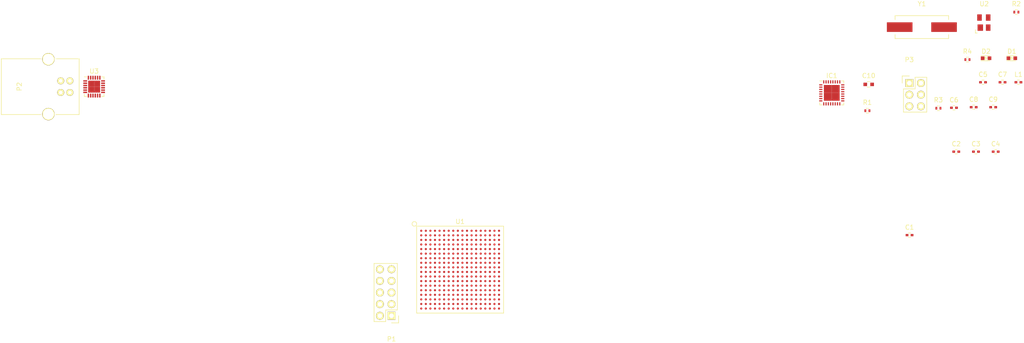
<source format=kicad_pcb>
(kicad_pcb (version 20160815) (host pcbnew "(2016-08-25 BZR 7091, Git 65552e6)-product")

  (general
    (links 67)
    (no_connects 67)
    (area 0 0 0 0)
    (thickness 1.6)
    (drawings 0)
    (tracks 0)
    (zones 0)
    (modules 25)
    (nets 128)
  )

  (page A4)
  (layers
    (0 F.Cu signal)
    (31 B.Cu signal)
    (32 B.Adhes user)
    (33 F.Adhes user)
    (34 B.Paste user)
    (35 F.Paste user)
    (36 B.SilkS user)
    (37 F.SilkS user)
    (38 B.Mask user)
    (39 F.Mask user)
    (40 Dwgs.User user)
    (41 Cmts.User user)
    (42 Eco1.User user)
    (43 Eco2.User user)
    (44 Edge.Cuts user)
    (45 Margin user)
    (46 B.CrtYd user)
    (47 F.CrtYd user)
    (48 B.Fab user)
    (49 F.Fab user)
  )

  (setup
    (last_trace_width 0.25)
    (trace_clearance 0.2)
    (zone_clearance 0.508)
    (zone_45_only no)
    (trace_min 0.2)
    (segment_width 0.2)
    (edge_width 0.15)
    (via_size 0.8)
    (via_drill 0.4)
    (via_min_size 0.4)
    (via_min_drill 0.3)
    (uvia_size 0.3)
    (uvia_drill 0.1)
    (uvias_allowed no)
    (uvia_min_size 0.2)
    (uvia_min_drill 0.1)
    (pcb_text_width 0.3)
    (pcb_text_size 1.5 1.5)
    (mod_edge_width 0.15)
    (mod_text_size 1 1)
    (mod_text_width 0.15)
    (pad_size 1.524 1.524)
    (pad_drill 0.762)
    (pad_to_mask_clearance 0.2)
    (aux_axis_origin 0 0)
    (visible_elements FFFFFF7F)
    (pcbplotparams
      (layerselection 0x00030_ffffffff)
      (usegerberextensions false)
      (excludeedgelayer true)
      (linewidth 0.100000)
      (plotframeref false)
      (viasonmask false)
      (mode 1)
      (useauxorigin false)
      (hpglpennumber 1)
      (hpglpenspeed 20)
      (hpglpendiameter 15)
      (psnegative false)
      (psa4output false)
      (plotreference true)
      (plotvalue true)
      (plotinvisibletext false)
      (padsonsilk false)
      (subtractmaskfromsilk false)
      (outputformat 1)
      (mirror false)
      (drillshape 1)
      (scaleselection 1)
      (outputdirectory ""))
  )

  (net 0 "")
  (net 1 GND)
  (net 2 /GRBL/Arduino/USB_D-)
  (net 3 /GRBL/Arduino/USB_D+)
  (net 4 /GRBL/Arduino/USB_VCC)
  (net 5 +3V3)
  (net 6 "Net-(U1-PadD1)")
  (net 7 "Net-(U1-PadE1)")
  (net 8 "Net-(U1-PadF1)")
  (net 9 "Net-(U1-PadG1)")
  (net 10 "Net-(U1-PadH1)")
  (net 11 "Net-(U1-PadJ1)")
  (net 12 "Net-(U1-PadK1)")
  (net 13 "Net-(U1-PadL1)")
  (net 14 "Net-(U1-PadM1)")
  (net 15 "Net-(U1-PadN1)")
  (net 16 "Net-(U1-PadP1)")
  (net 17 "Net-(U1-PadR1)")
  (net 18 "Net-(U1-PadC2)")
  (net 19 "Net-(U1-PadD2)")
  (net 20 "Net-(U1-PadE2)")
  (net 21 "Net-(U1-PadF2)")
  (net 22 "Net-(U1-PadG2)")
  (net 23 "Net-(U1-PadH2)")
  (net 24 "Net-(U1-PadJ2)")
  (net 25 "Net-(U1-PadK2)")
  (net 26 "Net-(U1-PadL2)")
  (net 27 "Net-(U1-PadM2)")
  (net 28 "Net-(U1-PadN2)")
  (net 29 "Net-(U1-PadP2)")
  (net 30 "Net-(U1-PadR2)")
  (net 31 "Net-(U1-PadT2)")
  (net 32 "Net-(U1-PadC3)")
  (net 33 "Net-(U1-PadD3)")
  (net 34 "Net-(U1-PadE3)")
  (net 35 "Net-(U1-PadF3)")
  (net 36 "Net-(U1-PadG3)")
  (net 37 "Net-(U1-PadH3)")
  (net 38 "Net-(U1-PadJ3)")
  (net 39 "Net-(U1-PadK3)")
  (net 40 "Net-(U1-PadL3)")
  (net 41 "Net-(U1-PadM3)")
  (net 42 "Net-(U1-PadN3)")
  (net 43 "Net-(U1-PadP3)")
  (net 44 "Net-(U1-PadR3)")
  (net 45 "Net-(U1-PadT3)")
  (net 46 "Net-(U1-PadD4)")
  (net 47 "Net-(U1-PadE4)")
  (net 48 "Net-(U1-PadF4)")
  (net 49 "Net-(U1-PadG4)")
  (net 50 "Net-(U1-PadH4)")
  (net 51 "Net-(U1-PadJ4)")
  (net 52 "Net-(U1-PadK4)")
  (net 53 "Net-(U1-PadL4)")
  (net 54 "Net-(U1-PadM4)")
  (net 55 "Net-(U1-PadN4)")
  (net 56 "Net-(U1-PadP4)")
  (net 57 /TCK)
  (net 58 "Net-(U1-PadE5)")
  (net 59 "Net-(U1-PadF5)")
  (net 60 "Net-(U1-PadG5)")
  (net 61 "Net-(U1-PadH5)")
  (net 62 "Net-(U1-PadJ5)")
  (net 63 "Net-(U1-PadK5)")
  (net 64 "Net-(U1-PadL5)")
  (net 65 "Net-(U1-PadM5)")
  (net 66 "Net-(U1-PadN5)")
  (net 67 /TMS)
  (net 68 "Net-(U1-PadF6)")
  (net 69 "Net-(U1-PadG6)")
  (net 70 "Net-(U1-PadH6)")
  (net 71 "Net-(U1-PadJ6)")
  (net 72 "Net-(U1-PadK6)")
  (net 73 "Net-(U1-PadL6)")
  (net 74 "Net-(U1-PadM6)")
  (net 75 /TDO)
  (net 76 "Net-(U1-PadG7)")
  (net 77 /TDI)
  (net 78 "Net-(D2-Pad2)")
  (net 79 "Net-(D1-Pad2)")
  (net 80 "Net-(R2-Pad1)")
  (net 81 /GRBL/~PGM_RESET)
  (net 82 "Net-(P1-Pad6)")
  (net 83 "Net-(P1-Pad7)")
  (net 84 "Net-(P1-Pad8)")
  (net 85 /GRBL/Z_LIMIT)
  (net 86 /GRBL/SPINDLE_DIR)
  (net 87 /GRBL/SPINDLE_PWM)
  (net 88 "Net-(D1-Pad1)")
  (net 89 "Net-(D2-Pad1)")
  (net 90 /GRBL/Y_STEP)
  (net 91 /GRBL/Z_STEP)
  (net 92 /GRBL/Arduino/XI)
  (net 93 /GRBL/Arduino/XO)
  (net 94 /GRBL/X_DIR)
  (net 95 /GRBL/Y_DIR)
  (net 96 /GRBL/Z_DIR)
  (net 97 /GRBL/ENABLE)
  (net 98 /GRBL/X_LIMIT)
  (net 99 /GRBL/Y_LIMIT)
  (net 100 "Net-(C6-Pad1)")
  (net 101 /GRBL/Arduino/A6)
  (net 102 "Net-(IC1-Pad20)")
  (net 103 /GRBL/Arduino/A7)
  (net 104 /GRBL/GRBL_RESET)
  (net 105 /GRBL/GRBL_HOLD)
  (net 106 /GRBL/GRBL_START)
  (net 107 /GRBL/COOLANT)
  (net 108 /GRBL/Arduino/A4)
  (net 109 /GRBL/PROBE)
  (net 110 /GRBL/~RESET)
  (net 111 /GRBL/Arduino/0)
  (net 112 /GRBL/Arduino/1)
  (net 113 /GRBL/X_STEP)
  (net 114 "Net-(U3-Pad1)")
  (net 115 "Net-(U3-Pad6)")
  (net 116 "Net-(U3-Pad10)")
  (net 117 "Net-(U3-Pad11)")
  (net 118 "Net-(U3-Pad12)")
  (net 119 "Net-(U3-Pad15)")
  (net 120 "Net-(C10-Pad1)")
  (net 121 "Net-(U3-Pad17)")
  (net 122 "Net-(U3-Pad18)")
  (net 123 "Net-(U3-Pad19)")
  (net 124 "Net-(U3-Pad22)")
  (net 125 /GRBL/Arduino/DTR)
  (net 126 "Net-(U3-Pad24)")
  (net 127 "Net-(P2-Pad5)")

  (net_class Default "This is the default net class."
    (clearance 0.2)
    (trace_width 0.25)
    (via_dia 0.8)
    (via_drill 0.4)
    (uvia_dia 0.3)
    (uvia_drill 0.1)
    (diff_pair_gap 0.25)
    (diff_pair_width 0.2)
    (add_net +3V3)
    (add_net /GRBL/Arduino/0)
    (add_net /GRBL/Arduino/1)
    (add_net /GRBL/Arduino/A4)
    (add_net /GRBL/Arduino/A6)
    (add_net /GRBL/Arduino/A7)
    (add_net /GRBL/Arduino/DTR)
    (add_net /GRBL/Arduino/USB_D+)
    (add_net /GRBL/Arduino/USB_D-)
    (add_net /GRBL/Arduino/USB_VCC)
    (add_net /GRBL/Arduino/XI)
    (add_net /GRBL/Arduino/XO)
    (add_net /GRBL/COOLANT)
    (add_net /GRBL/ENABLE)
    (add_net /GRBL/GRBL_HOLD)
    (add_net /GRBL/GRBL_RESET)
    (add_net /GRBL/GRBL_START)
    (add_net /GRBL/PROBE)
    (add_net /GRBL/SPINDLE_DIR)
    (add_net /GRBL/SPINDLE_PWM)
    (add_net /GRBL/X_DIR)
    (add_net /GRBL/X_LIMIT)
    (add_net /GRBL/X_STEP)
    (add_net /GRBL/Y_DIR)
    (add_net /GRBL/Y_LIMIT)
    (add_net /GRBL/Y_STEP)
    (add_net /GRBL/Z_DIR)
    (add_net /GRBL/Z_LIMIT)
    (add_net /GRBL/Z_STEP)
    (add_net /GRBL/~PGM_RESET)
    (add_net /GRBL/~RESET)
    (add_net /TCK)
    (add_net /TDI)
    (add_net /TDO)
    (add_net /TMS)
    (add_net GND)
    (add_net "Net-(C10-Pad1)")
    (add_net "Net-(C6-Pad1)")
    (add_net "Net-(D1-Pad1)")
    (add_net "Net-(D1-Pad2)")
    (add_net "Net-(D2-Pad1)")
    (add_net "Net-(D2-Pad2)")
    (add_net "Net-(IC1-Pad20)")
    (add_net "Net-(P1-Pad6)")
    (add_net "Net-(P1-Pad7)")
    (add_net "Net-(P1-Pad8)")
    (add_net "Net-(P2-Pad5)")
    (add_net "Net-(R2-Pad1)")
    (add_net "Net-(U1-PadC2)")
    (add_net "Net-(U1-PadC3)")
    (add_net "Net-(U1-PadD1)")
    (add_net "Net-(U1-PadD2)")
    (add_net "Net-(U1-PadD3)")
    (add_net "Net-(U1-PadD4)")
    (add_net "Net-(U1-PadE1)")
    (add_net "Net-(U1-PadE2)")
    (add_net "Net-(U1-PadE3)")
    (add_net "Net-(U1-PadE4)")
    (add_net "Net-(U1-PadE5)")
    (add_net "Net-(U1-PadF1)")
    (add_net "Net-(U1-PadF2)")
    (add_net "Net-(U1-PadF3)")
    (add_net "Net-(U1-PadF4)")
    (add_net "Net-(U1-PadF5)")
    (add_net "Net-(U1-PadF6)")
    (add_net "Net-(U1-PadG1)")
    (add_net "Net-(U1-PadG2)")
    (add_net "Net-(U1-PadG3)")
    (add_net "Net-(U1-PadG4)")
    (add_net "Net-(U1-PadG5)")
    (add_net "Net-(U1-PadG6)")
    (add_net "Net-(U1-PadG7)")
    (add_net "Net-(U1-PadH1)")
    (add_net "Net-(U1-PadH2)")
    (add_net "Net-(U1-PadH3)")
    (add_net "Net-(U1-PadH4)")
    (add_net "Net-(U1-PadH5)")
    (add_net "Net-(U1-PadH6)")
    (add_net "Net-(U1-PadJ1)")
    (add_net "Net-(U1-PadJ2)")
    (add_net "Net-(U1-PadJ3)")
    (add_net "Net-(U1-PadJ4)")
    (add_net "Net-(U1-PadJ5)")
    (add_net "Net-(U1-PadJ6)")
    (add_net "Net-(U1-PadK1)")
    (add_net "Net-(U1-PadK2)")
    (add_net "Net-(U1-PadK3)")
    (add_net "Net-(U1-PadK4)")
    (add_net "Net-(U1-PadK5)")
    (add_net "Net-(U1-PadK6)")
    (add_net "Net-(U1-PadL1)")
    (add_net "Net-(U1-PadL2)")
    (add_net "Net-(U1-PadL3)")
    (add_net "Net-(U1-PadL4)")
    (add_net "Net-(U1-PadL5)")
    (add_net "Net-(U1-PadL6)")
    (add_net "Net-(U1-PadM1)")
    (add_net "Net-(U1-PadM2)")
    (add_net "Net-(U1-PadM3)")
    (add_net "Net-(U1-PadM4)")
    (add_net "Net-(U1-PadM5)")
    (add_net "Net-(U1-PadM6)")
    (add_net "Net-(U1-PadN1)")
    (add_net "Net-(U1-PadN2)")
    (add_net "Net-(U1-PadN3)")
    (add_net "Net-(U1-PadN4)")
    (add_net "Net-(U1-PadN5)")
    (add_net "Net-(U1-PadP1)")
    (add_net "Net-(U1-PadP2)")
    (add_net "Net-(U1-PadP3)")
    (add_net "Net-(U1-PadP4)")
    (add_net "Net-(U1-PadR1)")
    (add_net "Net-(U1-PadR2)")
    (add_net "Net-(U1-PadR3)")
    (add_net "Net-(U1-PadT2)")
    (add_net "Net-(U1-PadT3)")
    (add_net "Net-(U3-Pad1)")
    (add_net "Net-(U3-Pad10)")
    (add_net "Net-(U3-Pad11)")
    (add_net "Net-(U3-Pad12)")
    (add_net "Net-(U3-Pad15)")
    (add_net "Net-(U3-Pad17)")
    (add_net "Net-(U3-Pad18)")
    (add_net "Net-(U3-Pad19)")
    (add_net "Net-(U3-Pad22)")
    (add_net "Net-(U3-Pad24)")
    (add_net "Net-(U3-Pad6)")
  )

  (module TO_SOT_Packages_SMD:SOT-143 (layer F.Cu) (tedit 54E9244B) (tstamp 57D2BF6C)
    (at 264.468417 45.997066)
    (descr SOT-143)
    (tags SOT-143)
    (path /57CC89BE/57CC89C1/57CE4C9F)
    (attr smd)
    (fp_text reference U2 (at 0.07874 -4.0894) (layer F.SilkS)
      (effects (font (size 1 1) (thickness 0.15)))
    )
    (fp_text value DRTR5V0U2SR (at -0.03048 4.24942) (layer F.Fab)
      (effects (font (size 1 1) (thickness 0.15)))
    )
    (fp_line (start -1.8415 1.56972) (end -1.8415 2.27838) (layer F.SilkS) (width 0.15))
    (fp_line (start -1.8415 2.27838) (end -1.44018 2.27838) (layer F.SilkS) (width 0.15))
    (pad 1 smd rect (at -0.76962 1.09982) (size 1.19888 1.39954) (layers F.Cu F.Paste F.Mask)
      (net 1 GND))
    (pad 2 smd rect (at 0.94996 1.09982) (size 1.00076 1.39954) (layers F.Cu F.Paste F.Mask)
      (net 2 /GRBL/Arduino/USB_D-))
    (pad 3 smd rect (at 0.94996 -1.09982) (size 1.00076 1.39954) (layers F.Cu F.Paste F.Mask)
      (net 3 /GRBL/Arduino/USB_D+))
    (pad 4 smd rect (at -0.94996 -1.09982) (size 1.00076 1.39954) (layers F.Cu F.Paste F.Mask)
      (net 4 /GRBL/Arduino/USB_VCC))
    (model TO_SOT_Packages_SMD.3dshapes/SOT-143.wrl
      (at (xyz 0 0 0))
      (scale (xyz 1 1 1))
      (rotate (xyz 0 0 0))
    )
  )

  (module SMD_Packages:BGA-324-1mm (layer F.Cu) (tedit 57CB4C06) (tstamp 57D2C0C2)
    (at 150 100)
    (path /57CE9220)
    (fp_text reference U1 (at 0 -10.5) (layer F.SilkS)
      (effects (font (size 1 1) (thickness 0.15)))
    )
    (fp_text value EPM2210F324 (at 0 10.5) (layer F.Fab)
      (effects (font (size 1 1) (thickness 0.15)))
    )
    (fp_line (start -10 10) (end -10 -10) (layer F.CrtYd) (width 0.05))
    (fp_line (start 10 10) (end -10 10) (layer F.CrtYd) (width 0.05))
    (fp_line (start 10 -10) (end 10 10) (layer F.CrtYd) (width 0.05))
    (fp_line (start -10 -10) (end 10 -10) (layer F.CrtYd) (width 0.05))
    (fp_circle (center -10 -10) (end -9.5 -10) (layer F.SilkS) (width 0.15))
    (fp_line (start -9.5 9.5) (end -9.5 -9.5) (layer F.SilkS) (width 0.15))
    (fp_line (start 9.5 9.5) (end -9.5 9.5) (layer F.SilkS) (width 0.15))
    (fp_line (start 9.5 -9.5) (end 9.5 9.5) (layer F.SilkS) (width 0.15))
    (fp_line (start -9.5 -9.5) (end 9.5 -9.5) (layer F.SilkS) (width 0.15))
    (pad A1 smd circle (at -8.5 -8.5) (size 0.47 0.47) (layers F.Cu F.Paste F.Mask))
    (pad B1 smd circle (at -8.5 -7.5) (size 0.47 0.47) (layers F.Cu F.Paste F.Mask))
    (pad C1 smd circle (at -8.5 -6.5) (size 0.47 0.47) (layers F.Cu F.Paste F.Mask)
      (net 5 +3V3))
    (pad D1 smd circle (at -8.5 -5.5) (size 0.47 0.47) (layers F.Cu F.Paste F.Mask)
      (net 6 "Net-(U1-PadD1)"))
    (pad E1 smd circle (at -8.5 -4.5) (size 0.47 0.47) (layers F.Cu F.Paste F.Mask)
      (net 7 "Net-(U1-PadE1)"))
    (pad F1 smd circle (at -8.5 -3.5) (size 0.47 0.47) (layers F.Cu F.Paste F.Mask)
      (net 8 "Net-(U1-PadF1)"))
    (pad G1 smd circle (at -8.5 -2.5) (size 0.47 0.47) (layers F.Cu F.Paste F.Mask)
      (net 9 "Net-(U1-PadG1)"))
    (pad H1 smd circle (at -8.5 -1.5) (size 0.47 0.47) (layers F.Cu F.Paste F.Mask)
      (net 10 "Net-(U1-PadH1)"))
    (pad J1 smd circle (at -8.5 -0.5) (size 0.47 0.47) (layers F.Cu F.Paste F.Mask)
      (net 11 "Net-(U1-PadJ1)"))
    (pad K1 smd circle (at -8.5 0.5) (size 0.47 0.47) (layers F.Cu F.Paste F.Mask)
      (net 12 "Net-(U1-PadK1)"))
    (pad L1 smd circle (at -8.5 1.5) (size 0.47 0.47) (layers F.Cu F.Paste F.Mask)
      (net 13 "Net-(U1-PadL1)"))
    (pad M1 smd circle (at -8.5 2.5) (size 0.47 0.47) (layers F.Cu F.Paste F.Mask)
      (net 14 "Net-(U1-PadM1)"))
    (pad N1 smd circle (at -8.5 3.5) (size 0.47 0.47) (layers F.Cu F.Paste F.Mask)
      (net 15 "Net-(U1-PadN1)"))
    (pad P1 smd circle (at -8.5 4.5) (size 0.47 0.47) (layers F.Cu F.Paste F.Mask)
      (net 16 "Net-(U1-PadP1)"))
    (pad R1 smd circle (at -8.5 5.5) (size 0.47 0.47) (layers F.Cu F.Paste F.Mask)
      (net 17 "Net-(U1-PadR1)"))
    (pad T1 smd circle (at -8.5 6.5) (size 0.47 0.47) (layers F.Cu F.Paste F.Mask)
      (net 5 +3V3))
    (pad U1 smd circle (at -8.5 7.5) (size 0.47 0.47) (layers F.Cu F.Paste F.Mask))
    (pad V1 smd circle (at -8.5 8.5) (size 0.47 0.47) (layers F.Cu F.Paste F.Mask))
    (pad A2 smd circle (at -7.5 -8.5) (size 0.47 0.47) (layers F.Cu F.Paste F.Mask))
    (pad B2 smd circle (at -7.5 -7.5) (size 0.47 0.47) (layers F.Cu F.Paste F.Mask))
    (pad C2 smd circle (at -7.5 -6.5) (size 0.47 0.47) (layers F.Cu F.Paste F.Mask)
      (net 18 "Net-(U1-PadC2)"))
    (pad D2 smd circle (at -7.5 -5.5) (size 0.47 0.47) (layers F.Cu F.Paste F.Mask)
      (net 19 "Net-(U1-PadD2)"))
    (pad E2 smd circle (at -7.5 -4.5) (size 0.47 0.47) (layers F.Cu F.Paste F.Mask)
      (net 20 "Net-(U1-PadE2)"))
    (pad F2 smd circle (at -7.5 -3.5) (size 0.47 0.47) (layers F.Cu F.Paste F.Mask)
      (net 21 "Net-(U1-PadF2)"))
    (pad G2 smd circle (at -7.5 -2.5) (size 0.47 0.47) (layers F.Cu F.Paste F.Mask)
      (net 22 "Net-(U1-PadG2)"))
    (pad H2 smd circle (at -7.5 -1.5) (size 0.47 0.47) (layers F.Cu F.Paste F.Mask)
      (net 23 "Net-(U1-PadH2)"))
    (pad J2 smd circle (at -7.5 -0.5) (size 0.47 0.47) (layers F.Cu F.Paste F.Mask)
      (net 24 "Net-(U1-PadJ2)"))
    (pad K2 smd circle (at -7.5 0.5) (size 0.47 0.47) (layers F.Cu F.Paste F.Mask)
      (net 25 "Net-(U1-PadK2)"))
    (pad L2 smd circle (at -7.5 1.5) (size 0.47 0.47) (layers F.Cu F.Paste F.Mask)
      (net 26 "Net-(U1-PadL2)"))
    (pad M2 smd circle (at -7.5 2.5) (size 0.47 0.47) (layers F.Cu F.Paste F.Mask)
      (net 27 "Net-(U1-PadM2)"))
    (pad N2 smd circle (at -7.5 3.5) (size 0.47 0.47) (layers F.Cu F.Paste F.Mask)
      (net 28 "Net-(U1-PadN2)"))
    (pad P2 smd circle (at -7.5 4.5) (size 0.47 0.47) (layers F.Cu F.Paste F.Mask)
      (net 29 "Net-(U1-PadP2)"))
    (pad R2 smd circle (at -7.5 5.5) (size 0.47 0.47) (layers F.Cu F.Paste F.Mask)
      (net 30 "Net-(U1-PadR2)"))
    (pad T2 smd circle (at -7.5 6.5) (size 0.47 0.47) (layers F.Cu F.Paste F.Mask)
      (net 31 "Net-(U1-PadT2)"))
    (pad U2 smd circle (at -7.5 7.5) (size 0.47 0.47) (layers F.Cu F.Paste F.Mask))
    (pad V2 smd circle (at -7.5 8.5) (size 0.47 0.47) (layers F.Cu F.Paste F.Mask))
    (pad A3 smd circle (at -6.5 -8.5) (size 0.47 0.47) (layers F.Cu F.Paste F.Mask))
    (pad B3 smd circle (at -6.5 -7.5) (size 0.47 0.47) (layers F.Cu F.Paste F.Mask))
    (pad C3 smd circle (at -6.5 -6.5) (size 0.47 0.47) (layers F.Cu F.Paste F.Mask)
      (net 32 "Net-(U1-PadC3)"))
    (pad D3 smd circle (at -6.5 -5.5) (size 0.47 0.47) (layers F.Cu F.Paste F.Mask)
      (net 33 "Net-(U1-PadD3)"))
    (pad E3 smd circle (at -6.5 -4.5) (size 0.47 0.47) (layers F.Cu F.Paste F.Mask)
      (net 34 "Net-(U1-PadE3)"))
    (pad F3 smd circle (at -6.5 -3.5) (size 0.47 0.47) (layers F.Cu F.Paste F.Mask)
      (net 35 "Net-(U1-PadF3)"))
    (pad G3 smd circle (at -6.5 -2.5) (size 0.47 0.47) (layers F.Cu F.Paste F.Mask)
      (net 36 "Net-(U1-PadG3)"))
    (pad H3 smd circle (at -6.5 -1.5) (size 0.47 0.47) (layers F.Cu F.Paste F.Mask)
      (net 37 "Net-(U1-PadH3)"))
    (pad J3 smd circle (at -6.5 -0.5) (size 0.47 0.47) (layers F.Cu F.Paste F.Mask)
      (net 38 "Net-(U1-PadJ3)"))
    (pad K3 smd circle (at -6.5 0.5) (size 0.47 0.47) (layers F.Cu F.Paste F.Mask)
      (net 39 "Net-(U1-PadK3)"))
    (pad L3 smd circle (at -6.5 1.5) (size 0.47 0.47) (layers F.Cu F.Paste F.Mask)
      (net 40 "Net-(U1-PadL3)"))
    (pad M3 smd circle (at -6.5 2.5) (size 0.47 0.47) (layers F.Cu F.Paste F.Mask)
      (net 41 "Net-(U1-PadM3)"))
    (pad N3 smd circle (at -6.5 3.5) (size 0.47 0.47) (layers F.Cu F.Paste F.Mask)
      (net 42 "Net-(U1-PadN3)"))
    (pad P3 smd circle (at -6.5 4.5) (size 0.47 0.47) (layers F.Cu F.Paste F.Mask)
      (net 43 "Net-(U1-PadP3)"))
    (pad R3 smd circle (at -6.5 5.5) (size 0.47 0.47) (layers F.Cu F.Paste F.Mask)
      (net 44 "Net-(U1-PadR3)"))
    (pad T3 smd circle (at -6.5 6.5) (size 0.47 0.47) (layers F.Cu F.Paste F.Mask)
      (net 45 "Net-(U1-PadT3)"))
    (pad U3 smd circle (at -6.5 7.5) (size 0.47 0.47) (layers F.Cu F.Paste F.Mask))
    (pad V3 smd circle (at -6.5 8.5) (size 0.47 0.47) (layers F.Cu F.Paste F.Mask))
    (pad A4 smd circle (at -5.5 -8.5) (size 0.47 0.47) (layers F.Cu F.Paste F.Mask))
    (pad B4 smd circle (at -5.5 -7.5) (size 0.47 0.47) (layers F.Cu F.Paste F.Mask))
    (pad C4 smd circle (at -5.5 -6.5) (size 0.47 0.47) (layers F.Cu F.Paste F.Mask))
    (pad D4 smd circle (at -5.5 -5.5) (size 0.47 0.47) (layers F.Cu F.Paste F.Mask)
      (net 46 "Net-(U1-PadD4)"))
    (pad E4 smd circle (at -5.5 -4.5) (size 0.47 0.47) (layers F.Cu F.Paste F.Mask)
      (net 47 "Net-(U1-PadE4)"))
    (pad F4 smd circle (at -5.5 -3.5) (size 0.47 0.47) (layers F.Cu F.Paste F.Mask)
      (net 48 "Net-(U1-PadF4)"))
    (pad G4 smd circle (at -5.5 -2.5) (size 0.47 0.47) (layers F.Cu F.Paste F.Mask)
      (net 49 "Net-(U1-PadG4)"))
    (pad H4 smd circle (at -5.5 -1.5) (size 0.47 0.47) (layers F.Cu F.Paste F.Mask)
      (net 50 "Net-(U1-PadH4)"))
    (pad J4 smd circle (at -5.5 -0.5) (size 0.47 0.47) (layers F.Cu F.Paste F.Mask)
      (net 51 "Net-(U1-PadJ4)"))
    (pad K4 smd circle (at -5.5 0.5) (size 0.47 0.47) (layers F.Cu F.Paste F.Mask)
      (net 52 "Net-(U1-PadK4)"))
    (pad L4 smd circle (at -5.5 1.5) (size 0.47 0.47) (layers F.Cu F.Paste F.Mask)
      (net 53 "Net-(U1-PadL4)"))
    (pad M4 smd circle (at -5.5 2.5) (size 0.47 0.47) (layers F.Cu F.Paste F.Mask)
      (net 54 "Net-(U1-PadM4)"))
    (pad N4 smd circle (at -5.5 3.5) (size 0.47 0.47) (layers F.Cu F.Paste F.Mask)
      (net 55 "Net-(U1-PadN4)"))
    (pad P4 smd circle (at -5.5 4.5) (size 0.47 0.47) (layers F.Cu F.Paste F.Mask)
      (net 56 "Net-(U1-PadP4)"))
    (pad R4 smd circle (at -5.5 5.5) (size 0.47 0.47) (layers F.Cu F.Paste F.Mask)
      (net 57 /TCK))
    (pad T4 smd circle (at -5.5 6.5) (size 0.47 0.47) (layers F.Cu F.Paste F.Mask))
    (pad U4 smd circle (at -5.5 7.5) (size 0.47 0.47) (layers F.Cu F.Paste F.Mask))
    (pad V4 smd circle (at -5.5 8.5) (size 0.47 0.47) (layers F.Cu F.Paste F.Mask))
    (pad A5 smd circle (at -4.5 -8.5) (size 0.47 0.47) (layers F.Cu F.Paste F.Mask))
    (pad B5 smd circle (at -4.5 -7.5) (size 0.47 0.47) (layers F.Cu F.Paste F.Mask))
    (pad C5 smd circle (at -4.5 -6.5) (size 0.47 0.47) (layers F.Cu F.Paste F.Mask))
    (pad D5 smd circle (at -4.5 -5.5) (size 0.47 0.47) (layers F.Cu F.Paste F.Mask))
    (pad E5 smd circle (at -4.5 -4.5) (size 0.47 0.47) (layers F.Cu F.Paste F.Mask)
      (net 58 "Net-(U1-PadE5)"))
    (pad F5 smd circle (at -4.5 -3.5) (size 0.47 0.47) (layers F.Cu F.Paste F.Mask)
      (net 59 "Net-(U1-PadF5)"))
    (pad G5 smd circle (at -4.5 -2.5) (size 0.47 0.47) (layers F.Cu F.Paste F.Mask)
      (net 60 "Net-(U1-PadG5)"))
    (pad H5 smd circle (at -4.5 -1.5) (size 0.47 0.47) (layers F.Cu F.Paste F.Mask)
      (net 61 "Net-(U1-PadH5)"))
    (pad J5 smd circle (at -4.5 -0.5) (size 0.47 0.47) (layers F.Cu F.Paste F.Mask)
      (net 62 "Net-(U1-PadJ5)"))
    (pad K5 smd circle (at -4.5 0.5) (size 0.47 0.47) (layers F.Cu F.Paste F.Mask)
      (net 63 "Net-(U1-PadK5)"))
    (pad L5 smd circle (at -4.5 1.5) (size 0.47 0.47) (layers F.Cu F.Paste F.Mask)
      (net 64 "Net-(U1-PadL5)"))
    (pad M5 smd circle (at -4.5 2.5) (size 0.47 0.47) (layers F.Cu F.Paste F.Mask)
      (net 65 "Net-(U1-PadM5)"))
    (pad N5 smd circle (at -4.5 3.5) (size 0.47 0.47) (layers F.Cu F.Paste F.Mask)
      (net 66 "Net-(U1-PadN5)"))
    (pad P5 smd circle (at -4.5 4.5) (size 0.47 0.47) (layers F.Cu F.Paste F.Mask)
      (net 67 /TMS))
    (pad R5 smd circle (at -4.5 5.5) (size 0.47 0.47) (layers F.Cu F.Paste F.Mask))
    (pad T5 smd circle (at -4.5 6.5) (size 0.47 0.47) (layers F.Cu F.Paste F.Mask))
    (pad U5 smd circle (at -4.5 7.5) (size 0.47 0.47) (layers F.Cu F.Paste F.Mask))
    (pad V5 smd circle (at -4.5 8.5) (size 0.47 0.47) (layers F.Cu F.Paste F.Mask))
    (pad A6 smd circle (at -3.5 -8.5) (size 0.47 0.47) (layers F.Cu F.Paste F.Mask))
    (pad B6 smd circle (at -3.5 -7.5) (size 0.47 0.47) (layers F.Cu F.Paste F.Mask))
    (pad C6 smd circle (at -3.5 -6.5) (size 0.47 0.47) (layers F.Cu F.Paste F.Mask))
    (pad D6 smd circle (at -3.5 -5.5) (size 0.47 0.47) (layers F.Cu F.Paste F.Mask))
    (pad E6 smd circle (at -3.5 -4.5) (size 0.47 0.47) (layers F.Cu F.Paste F.Mask))
    (pad F6 smd circle (at -3.5 -3.5) (size 0.47 0.47) (layers F.Cu F.Paste F.Mask)
      (net 68 "Net-(U1-PadF6)"))
    (pad G6 smd circle (at -3.5 -2.5) (size 0.47 0.47) (layers F.Cu F.Paste F.Mask)
      (net 69 "Net-(U1-PadG6)"))
    (pad H6 smd circle (at -3.5 -1.5) (size 0.47 0.47) (layers F.Cu F.Paste F.Mask)
      (net 70 "Net-(U1-PadH6)"))
    (pad J6 smd circle (at -3.5 -0.5) (size 0.47 0.47) (layers F.Cu F.Paste F.Mask)
      (net 71 "Net-(U1-PadJ6)"))
    (pad K6 smd circle (at -3.5 0.5) (size 0.47 0.47) (layers F.Cu F.Paste F.Mask)
      (net 72 "Net-(U1-PadK6)"))
    (pad L6 smd circle (at -3.5 1.5) (size 0.47 0.47) (layers F.Cu F.Paste F.Mask)
      (net 73 "Net-(U1-PadL6)"))
    (pad M6 smd circle (at -3.5 2.5) (size 0.47 0.47) (layers F.Cu F.Paste F.Mask)
      (net 74 "Net-(U1-PadM6)"))
    (pad N6 smd circle (at -3.5 3.5) (size 0.47 0.47) (layers F.Cu F.Paste F.Mask)
      (net 75 /TDO))
    (pad P6 smd circle (at -3.5 4.5) (size 0.47 0.47) (layers F.Cu F.Paste F.Mask))
    (pad R6 smd circle (at -3.5 5.5) (size 0.47 0.47) (layers F.Cu F.Paste F.Mask))
    (pad T6 smd circle (at -3.5 6.5) (size 0.47 0.47) (layers F.Cu F.Paste F.Mask))
    (pad U6 smd circle (at -3.5 7.5) (size 0.47 0.47) (layers F.Cu F.Paste F.Mask))
    (pad V6 smd circle (at -3.5 8.5) (size 0.47 0.47) (layers F.Cu F.Paste F.Mask))
    (pad A7 smd circle (at -2.5 -8.5) (size 0.47 0.47) (layers F.Cu F.Paste F.Mask))
    (pad B7 smd circle (at -2.5 -7.5) (size 0.47 0.47) (layers F.Cu F.Paste F.Mask))
    (pad C7 smd circle (at -2.5 -6.5) (size 0.47 0.47) (layers F.Cu F.Paste F.Mask))
    (pad D7 smd circle (at -2.5 -5.5) (size 0.47 0.47) (layers F.Cu F.Paste F.Mask))
    (pad E7 smd circle (at -2.5 -4.5) (size 0.47 0.47) (layers F.Cu F.Paste F.Mask))
    (pad F7 smd circle (at -2.5 -3.5) (size 0.47 0.47) (layers F.Cu F.Paste F.Mask))
    (pad G7 smd circle (at -2.5 -2.5) (size 0.47 0.47) (layers F.Cu F.Paste F.Mask)
      (net 76 "Net-(U1-PadG7)"))
    (pad H7 smd circle (at -2.5 -1.5) (size 0.47 0.47) (layers F.Cu F.Paste F.Mask))
    (pad J7 smd circle (at -2.5 -0.5) (size 0.47 0.47) (layers F.Cu F.Paste F.Mask)
      (net 5 +3V3))
    (pad K7 smd circle (at -2.5 0.5) (size 0.47 0.47) (layers F.Cu F.Paste F.Mask)
      (net 5 +3V3))
    (pad L7 smd circle (at -2.5 1.5) (size 0.47 0.47) (layers F.Cu F.Paste F.Mask))
    (pad M7 smd circle (at -2.5 2.5) (size 0.47 0.47) (layers F.Cu F.Paste F.Mask)
      (net 77 /TDI))
    (pad N7 smd circle (at -2.5 3.5) (size 0.47 0.47) (layers F.Cu F.Paste F.Mask))
    (pad P7 smd circle (at -2.5 4.5) (size 0.47 0.47) (layers F.Cu F.Paste F.Mask))
    (pad R7 smd circle (at -2.5 5.5) (size 0.47 0.47) (layers F.Cu F.Paste F.Mask))
    (pad T7 smd circle (at -2.5 6.5) (size 0.47 0.47) (layers F.Cu F.Paste F.Mask))
    (pad U7 smd circle (at -2.5 7.5) (size 0.47 0.47) (layers F.Cu F.Paste F.Mask))
    (pad V7 smd circle (at -2.5 8.5) (size 0.47 0.47) (layers F.Cu F.Paste F.Mask))
    (pad A8 smd circle (at -1.5 -8.5) (size 0.47 0.47) (layers F.Cu F.Paste F.Mask))
    (pad B8 smd circle (at -1.5 -7.5) (size 0.47 0.47) (layers F.Cu F.Paste F.Mask))
    (pad C8 smd circle (at -1.5 -6.5) (size 0.47 0.47) (layers F.Cu F.Paste F.Mask))
    (pad D8 smd circle (at -1.5 -5.5) (size 0.47 0.47) (layers F.Cu F.Paste F.Mask))
    (pad E8 smd circle (at -1.5 -4.5) (size 0.47 0.47) (layers F.Cu F.Paste F.Mask))
    (pad F8 smd circle (at -1.5 -3.5) (size 0.47 0.47) (layers F.Cu F.Paste F.Mask))
    (pad G8 smd circle (at -1.5 -2.5) (size 0.47 0.47) (layers F.Cu F.Paste F.Mask))
    (pad H8 smd circle (at -1.5 -1.5) (size 0.47 0.47) (layers F.Cu F.Paste F.Mask))
    (pad J8 smd circle (at -1.5 -0.5) (size 0.47 0.47) (layers F.Cu F.Paste F.Mask))
    (pad K8 smd circle (at -1.5 0.5) (size 0.47 0.47) (layers F.Cu F.Paste F.Mask))
    (pad L8 smd circle (at -1.5 1.5) (size 0.47 0.47) (layers F.Cu F.Paste F.Mask))
    (pad M8 smd circle (at -1.5 2.5) (size 0.47 0.47) (layers F.Cu F.Paste F.Mask))
    (pad N8 smd circle (at -1.5 3.5) (size 0.47 0.47) (layers F.Cu F.Paste F.Mask))
    (pad P8 smd circle (at -1.5 4.5) (size 0.47 0.47) (layers F.Cu F.Paste F.Mask))
    (pad R8 smd circle (at -1.5 5.5) (size 0.47 0.47) (layers F.Cu F.Paste F.Mask))
    (pad T8 smd circle (at -1.5 6.5) (size 0.47 0.47) (layers F.Cu F.Paste F.Mask))
    (pad U8 smd circle (at -1.5 7.5) (size 0.47 0.47) (layers F.Cu F.Paste F.Mask))
    (pad V8 smd circle (at -1.5 8.5) (size 0.47 0.47) (layers F.Cu F.Paste F.Mask))
    (pad A9 smd circle (at -0.5 -8.5) (size 0.47 0.47) (layers F.Cu F.Paste F.Mask))
    (pad B9 smd circle (at -0.5 -7.5) (size 0.47 0.47) (layers F.Cu F.Paste F.Mask))
    (pad C9 smd circle (at -0.5 -6.5) (size 0.47 0.47) (layers F.Cu F.Paste F.Mask))
    (pad D9 smd circle (at -0.5 -5.5) (size 0.47 0.47) (layers F.Cu F.Paste F.Mask))
    (pad E9 smd circle (at -0.5 -4.5) (size 0.47 0.47) (layers F.Cu F.Paste F.Mask))
    (pad F9 smd circle (at -0.5 -3.5) (size 0.47 0.47) (layers F.Cu F.Paste F.Mask))
    (pad G9 smd circle (at -0.5 -2.5) (size 0.47 0.47) (layers F.Cu F.Paste F.Mask))
    (pad H9 smd circle (at -0.5 -1.5) (size 0.47 0.47) (layers F.Cu F.Paste F.Mask))
    (pad J9 smd circle (at -0.5 -0.5) (size 0.47 0.47) (layers F.Cu F.Paste F.Mask))
    (pad K9 smd circle (at -0.5 0.5) (size 0.47 0.47) (layers F.Cu F.Paste F.Mask))
    (pad L9 smd circle (at -0.5 1.5) (size 0.47 0.47) (layers F.Cu F.Paste F.Mask))
    (pad M9 smd circle (at -0.5 2.5) (size 0.47 0.47) (layers F.Cu F.Paste F.Mask))
    (pad N9 smd circle (at -0.5 3.5) (size 0.47 0.47) (layers F.Cu F.Paste F.Mask))
    (pad P9 smd circle (at -0.5 4.5) (size 0.47 0.47) (layers F.Cu F.Paste F.Mask))
    (pad R9 smd circle (at -0.5 5.5) (size 0.47 0.47) (layers F.Cu F.Paste F.Mask))
    (pad T9 smd circle (at -0.5 6.5) (size 0.47 0.47) (layers F.Cu F.Paste F.Mask))
    (pad U9 smd circle (at -0.5 7.5) (size 0.47 0.47) (layers F.Cu F.Paste F.Mask))
    (pad V9 smd circle (at -0.5 8.5) (size 0.47 0.47) (layers F.Cu F.Paste F.Mask))
    (pad A10 smd circle (at 0.5 -8.5) (size 0.47 0.47) (layers F.Cu F.Paste F.Mask))
    (pad B10 smd circle (at 0.5 -7.5) (size 0.47 0.47) (layers F.Cu F.Paste F.Mask))
    (pad C10 smd circle (at 0.5 -6.5) (size 0.47 0.47) (layers F.Cu F.Paste F.Mask))
    (pad D10 smd circle (at 0.5 -5.5) (size 0.47 0.47) (layers F.Cu F.Paste F.Mask))
    (pad E10 smd circle (at 0.5 -4.5) (size 0.47 0.47) (layers F.Cu F.Paste F.Mask))
    (pad F10 smd circle (at 0.5 -3.5) (size 0.47 0.47) (layers F.Cu F.Paste F.Mask))
    (pad G10 smd circle (at 0.5 -2.5) (size 0.47 0.47) (layers F.Cu F.Paste F.Mask))
    (pad H10 smd circle (at 0.5 -1.5) (size 0.47 0.47) (layers F.Cu F.Paste F.Mask))
    (pad J10 smd circle (at 0.5 -0.5) (size 0.47 0.47) (layers F.Cu F.Paste F.Mask))
    (pad K10 smd circle (at 0.5 0.5) (size 0.47 0.47) (layers F.Cu F.Paste F.Mask))
    (pad L10 smd circle (at 0.5 1.5) (size 0.47 0.47) (layers F.Cu F.Paste F.Mask))
    (pad M10 smd circle (at 0.5 2.5) (size 0.47 0.47) (layers F.Cu F.Paste F.Mask))
    (pad N10 smd circle (at 0.5 3.5) (size 0.47 0.47) (layers F.Cu F.Paste F.Mask))
    (pad P10 smd circle (at 0.5 4.5) (size 0.47 0.47) (layers F.Cu F.Paste F.Mask))
    (pad R10 smd circle (at 0.5 5.5) (size 0.47 0.47) (layers F.Cu F.Paste F.Mask))
    (pad T10 smd circle (at 0.5 6.5) (size 0.47 0.47) (layers F.Cu F.Paste F.Mask))
    (pad U10 smd circle (at 0.5 7.5) (size 0.47 0.47) (layers F.Cu F.Paste F.Mask))
    (pad V10 smd circle (at 0.5 8.5) (size 0.47 0.47) (layers F.Cu F.Paste F.Mask))
    (pad A11 smd circle (at 1.5 -8.5) (size 0.47 0.47) (layers F.Cu F.Paste F.Mask))
    (pad B11 smd circle (at 1.5 -7.5) (size 0.47 0.47) (layers F.Cu F.Paste F.Mask))
    (pad C11 smd circle (at 1.5 -6.5) (size 0.47 0.47) (layers F.Cu F.Paste F.Mask))
    (pad D11 smd circle (at 1.5 -5.5) (size 0.47 0.47) (layers F.Cu F.Paste F.Mask))
    (pad E11 smd circle (at 1.5 -4.5) (size 0.47 0.47) (layers F.Cu F.Paste F.Mask))
    (pad F11 smd circle (at 1.5 -3.5) (size 0.47 0.47) (layers F.Cu F.Paste F.Mask))
    (pad G11 smd circle (at 1.5 -2.5) (size 0.47 0.47) (layers F.Cu F.Paste F.Mask))
    (pad H11 smd circle (at 1.5 -1.5) (size 0.47 0.47) (layers F.Cu F.Paste F.Mask))
    (pad J11 smd circle (at 1.5 -0.5) (size 0.47 0.47) (layers F.Cu F.Paste F.Mask))
    (pad K11 smd circle (at 1.5 0.5) (size 0.47 0.47) (layers F.Cu F.Paste F.Mask))
    (pad L11 smd circle (at 1.5 1.5) (size 0.47 0.47) (layers F.Cu F.Paste F.Mask))
    (pad M11 smd circle (at 1.5 2.5) (size 0.47 0.47) (layers F.Cu F.Paste F.Mask))
    (pad N11 smd circle (at 1.5 3.5) (size 0.47 0.47) (layers F.Cu F.Paste F.Mask))
    (pad P11 smd circle (at 1.5 4.5) (size 0.47 0.47) (layers F.Cu F.Paste F.Mask))
    (pad R11 smd circle (at 1.5 5.5) (size 0.47 0.47) (layers F.Cu F.Paste F.Mask))
    (pad T11 smd circle (at 1.5 6.5) (size 0.47 0.47) (layers F.Cu F.Paste F.Mask))
    (pad U11 smd circle (at 1.5 7.5) (size 0.47 0.47) (layers F.Cu F.Paste F.Mask))
    (pad V11 smd circle (at 1.5 8.5) (size 0.47 0.47) (layers F.Cu F.Paste F.Mask))
    (pad A12 smd circle (at 2.5 -8.5) (size 0.47 0.47) (layers F.Cu F.Paste F.Mask))
    (pad B12 smd circle (at 2.5 -7.5) (size 0.47 0.47) (layers F.Cu F.Paste F.Mask))
    (pad C12 smd circle (at 2.5 -6.5) (size 0.47 0.47) (layers F.Cu F.Paste F.Mask))
    (pad D12 smd circle (at 2.5 -5.5) (size 0.47 0.47) (layers F.Cu F.Paste F.Mask))
    (pad E12 smd circle (at 2.5 -4.5) (size 0.47 0.47) (layers F.Cu F.Paste F.Mask))
    (pad F12 smd circle (at 2.5 -3.5) (size 0.47 0.47) (layers F.Cu F.Paste F.Mask))
    (pad G12 smd circle (at 2.5 -2.5) (size 0.47 0.47) (layers F.Cu F.Paste F.Mask))
    (pad H12 smd circle (at 2.5 -1.5) (size 0.47 0.47) (layers F.Cu F.Paste F.Mask))
    (pad J12 smd circle (at 2.5 -0.5) (size 0.47 0.47) (layers F.Cu F.Paste F.Mask))
    (pad K12 smd circle (at 2.5 0.5) (size 0.47 0.47) (layers F.Cu F.Paste F.Mask))
    (pad L12 smd circle (at 2.5 1.5) (size 0.47 0.47) (layers F.Cu F.Paste F.Mask))
    (pad M12 smd circle (at 2.5 2.5) (size 0.47 0.47) (layers F.Cu F.Paste F.Mask))
    (pad N12 smd circle (at 2.5 3.5) (size 0.47 0.47) (layers F.Cu F.Paste F.Mask))
    (pad P12 smd circle (at 2.5 4.5) (size 0.47 0.47) (layers F.Cu F.Paste F.Mask))
    (pad R12 smd circle (at 2.5 5.5) (size 0.47 0.47) (layers F.Cu F.Paste F.Mask))
    (pad T12 smd circle (at 2.5 6.5) (size 0.47 0.47) (layers F.Cu F.Paste F.Mask))
    (pad U12 smd circle (at 2.5 7.5) (size 0.47 0.47) (layers F.Cu F.Paste F.Mask))
    (pad V12 smd circle (at 2.5 8.5) (size 0.47 0.47) (layers F.Cu F.Paste F.Mask))
    (pad A13 smd circle (at 3.5 -8.5) (size 0.47 0.47) (layers F.Cu F.Paste F.Mask))
    (pad B13 smd circle (at 3.5 -7.5) (size 0.47 0.47) (layers F.Cu F.Paste F.Mask))
    (pad C13 smd circle (at 3.5 -6.5) (size 0.47 0.47) (layers F.Cu F.Paste F.Mask))
    (pad D13 smd circle (at 3.5 -5.5) (size 0.47 0.47) (layers F.Cu F.Paste F.Mask))
    (pad E13 smd circle (at 3.5 -4.5) (size 0.47 0.47) (layers F.Cu F.Paste F.Mask))
    (pad F13 smd circle (at 3.5 -3.5) (size 0.47 0.47) (layers F.Cu F.Paste F.Mask))
    (pad G13 smd circle (at 3.5 -2.5) (size 0.47 0.47) (layers F.Cu F.Paste F.Mask))
    (pad H13 smd circle (at 3.5 -1.5) (size 0.47 0.47) (layers F.Cu F.Paste F.Mask))
    (pad J13 smd circle (at 3.5 -0.5) (size 0.47 0.47) (layers F.Cu F.Paste F.Mask))
    (pad K13 smd circle (at 3.5 0.5) (size 0.47 0.47) (layers F.Cu F.Paste F.Mask))
    (pad L13 smd circle (at 3.5 1.5) (size 0.47 0.47) (layers F.Cu F.Paste F.Mask))
    (pad M13 smd circle (at 3.5 2.5) (size 0.47 0.47) (layers F.Cu F.Paste F.Mask))
    (pad N13 smd circle (at 3.5 3.5) (size 0.47 0.47) (layers F.Cu F.Paste F.Mask))
    (pad P13 smd circle (at 3.5 4.5) (size 0.47 0.47) (layers F.Cu F.Paste F.Mask))
    (pad R13 smd circle (at 3.5 5.5) (size 0.47 0.47) (layers F.Cu F.Paste F.Mask))
    (pad T13 smd circle (at 3.5 6.5) (size 0.47 0.47) (layers F.Cu F.Paste F.Mask))
    (pad U13 smd circle (at 3.5 7.5) (size 0.47 0.47) (layers F.Cu F.Paste F.Mask))
    (pad V13 smd circle (at 3.5 8.5) (size 0.47 0.47) (layers F.Cu F.Paste F.Mask))
    (pad A14 smd circle (at 4.5 -8.5) (size 0.47 0.47) (layers F.Cu F.Paste F.Mask))
    (pad B14 smd circle (at 4.5 -7.5) (size 0.47 0.47) (layers F.Cu F.Paste F.Mask))
    (pad C14 smd circle (at 4.5 -6.5) (size 0.47 0.47) (layers F.Cu F.Paste F.Mask))
    (pad D14 smd circle (at 4.5 -5.5) (size 0.47 0.47) (layers F.Cu F.Paste F.Mask))
    (pad E14 smd circle (at 4.5 -4.5) (size 0.47 0.47) (layers F.Cu F.Paste F.Mask))
    (pad F14 smd circle (at 4.5 -3.5) (size 0.47 0.47) (layers F.Cu F.Paste F.Mask))
    (pad G14 smd circle (at 4.5 -2.5) (size 0.47 0.47) (layers F.Cu F.Paste F.Mask))
    (pad H14 smd circle (at 4.5 -1.5) (size 0.47 0.47) (layers F.Cu F.Paste F.Mask))
    (pad J14 smd circle (at 4.5 -0.5) (size 0.47 0.47) (layers F.Cu F.Paste F.Mask))
    (pad K14 smd circle (at 4.5 0.5) (size 0.47 0.47) (layers F.Cu F.Paste F.Mask))
    (pad L14 smd circle (at 4.5 1.5) (size 0.47 0.47) (layers F.Cu F.Paste F.Mask))
    (pad M14 smd circle (at 4.5 2.5) (size 0.47 0.47) (layers F.Cu F.Paste F.Mask))
    (pad N14 smd circle (at 4.5 3.5) (size 0.47 0.47) (layers F.Cu F.Paste F.Mask))
    (pad P14 smd circle (at 4.5 4.5) (size 0.47 0.47) (layers F.Cu F.Paste F.Mask))
    (pad R14 smd circle (at 4.5 5.5) (size 0.47 0.47) (layers F.Cu F.Paste F.Mask))
    (pad T14 smd circle (at 4.5 6.5) (size 0.47 0.47) (layers F.Cu F.Paste F.Mask))
    (pad U14 smd circle (at 4.5 7.5) (size 0.47 0.47) (layers F.Cu F.Paste F.Mask))
    (pad V14 smd circle (at 4.5 8.5) (size 0.47 0.47) (layers F.Cu F.Paste F.Mask))
    (pad A15 smd circle (at 5.5 -8.5) (size 0.47 0.47) (layers F.Cu F.Paste F.Mask))
    (pad B15 smd circle (at 5.5 -7.5) (size 0.47 0.47) (layers F.Cu F.Paste F.Mask))
    (pad C15 smd circle (at 5.5 -6.5) (size 0.47 0.47) (layers F.Cu F.Paste F.Mask))
    (pad D15 smd circle (at 5.5 -5.5) (size 0.47 0.47) (layers F.Cu F.Paste F.Mask))
    (pad E15 smd circle (at 5.5 -4.5) (size 0.47 0.47) (layers F.Cu F.Paste F.Mask))
    (pad F15 smd circle (at 5.5 -3.5) (size 0.47 0.47) (layers F.Cu F.Paste F.Mask))
    (pad G15 smd circle (at 5.5 -2.5) (size 0.47 0.47) (layers F.Cu F.Paste F.Mask))
    (pad H15 smd circle (at 5.5 -1.5) (size 0.47 0.47) (layers F.Cu F.Paste F.Mask))
    (pad J15 smd circle (at 5.5 -0.5) (size 0.47 0.47) (layers F.Cu F.Paste F.Mask))
    (pad K15 smd circle (at 5.5 0.5) (size 0.47 0.47) (layers F.Cu F.Paste F.Mask))
    (pad L15 smd circle (at 5.5 1.5) (size 0.47 0.47) (layers F.Cu F.Paste F.Mask))
    (pad M15 smd circle (at 5.5 2.5) (size 0.47 0.47) (layers F.Cu F.Paste F.Mask))
    (pad N15 smd circle (at 5.5 3.5) (size 0.47 0.47) (layers F.Cu F.Paste F.Mask))
    (pad P15 smd circle (at 5.5 4.5) (size 0.47 0.47) (layers F.Cu F.Paste F.Mask))
    (pad R15 smd circle (at 5.5 5.5) (size 0.47 0.47) (layers F.Cu F.Paste F.Mask))
    (pad T15 smd circle (at 5.5 6.5) (size 0.47 0.47) (layers F.Cu F.Paste F.Mask))
    (pad U15 smd circle (at 5.5 7.5) (size 0.47 0.47) (layers F.Cu F.Paste F.Mask))
    (pad V15 smd circle (at 5.5 8.5) (size 0.47 0.47) (layers F.Cu F.Paste F.Mask))
    (pad A16 smd circle (at 6.5 -8.5) (size 0.47 0.47) (layers F.Cu F.Paste F.Mask))
    (pad B16 smd circle (at 6.5 -7.5) (size 0.47 0.47) (layers F.Cu F.Paste F.Mask))
    (pad C16 smd circle (at 6.5 -6.5) (size 0.47 0.47) (layers F.Cu F.Paste F.Mask))
    (pad D16 smd circle (at 6.5 -5.5) (size 0.47 0.47) (layers F.Cu F.Paste F.Mask))
    (pad E16 smd circle (at 6.5 -4.5) (size 0.47 0.47) (layers F.Cu F.Paste F.Mask))
    (pad F16 smd circle (at 6.5 -3.5) (size 0.47 0.47) (layers F.Cu F.Paste F.Mask))
    (pad G16 smd circle (at 6.5 -2.5) (size 0.47 0.47) (layers F.Cu F.Paste F.Mask))
    (pad H16 smd circle (at 6.5 -1.5) (size 0.47 0.47) (layers F.Cu F.Paste F.Mask))
    (pad J16 smd circle (at 6.5 -0.5) (size 0.47 0.47) (layers F.Cu F.Paste F.Mask))
    (pad K16 smd circle (at 6.5 0.5) (size 0.47 0.47) (layers F.Cu F.Paste F.Mask))
    (pad L16 smd circle (at 6.5 1.5) (size 0.47 0.47) (layers F.Cu F.Paste F.Mask))
    (pad M16 smd circle (at 6.5 2.5) (size 0.47 0.47) (layers F.Cu F.Paste F.Mask))
    (pad N16 smd circle (at 6.5 3.5) (size 0.47 0.47) (layers F.Cu F.Paste F.Mask))
    (pad P16 smd circle (at 6.5 4.5) (size 0.47 0.47) (layers F.Cu F.Paste F.Mask))
    (pad R16 smd circle (at 6.5 5.5) (size 0.47 0.47) (layers F.Cu F.Paste F.Mask))
    (pad T16 smd circle (at 6.5 6.5) (size 0.47 0.47) (layers F.Cu F.Paste F.Mask))
    (pad U16 smd circle (at 6.5 7.5) (size 0.47 0.47) (layers F.Cu F.Paste F.Mask))
    (pad V16 smd circle (at 6.5 8.5) (size 0.47 0.47) (layers F.Cu F.Paste F.Mask))
    (pad A17 smd circle (at 7.5 -8.5) (size 0.47 0.47) (layers F.Cu F.Paste F.Mask))
    (pad B17 smd circle (at 7.5 -7.5) (size 0.47 0.47) (layers F.Cu F.Paste F.Mask))
    (pad C17 smd circle (at 7.5 -6.5) (size 0.47 0.47) (layers F.Cu F.Paste F.Mask))
    (pad D17 smd circle (at 7.5 -5.5) (size 0.47 0.47) (layers F.Cu F.Paste F.Mask))
    (pad E17 smd circle (at 7.5 -4.5) (size 0.47 0.47) (layers F.Cu F.Paste F.Mask))
    (pad F17 smd circle (at 7.5 -3.5) (size 0.47 0.47) (layers F.Cu F.Paste F.Mask))
    (pad G17 smd circle (at 7.5 -2.5) (size 0.47 0.47) (layers F.Cu F.Paste F.Mask))
    (pad H17 smd circle (at 7.5 -1.5) (size 0.47 0.47) (layers F.Cu F.Paste F.Mask))
    (pad J17 smd circle (at 7.5 -0.5) (size 0.47 0.47) (layers F.Cu F.Paste F.Mask))
    (pad K17 smd circle (at 7.5 0.5) (size 0.47 0.47) (layers F.Cu F.Paste F.Mask))
    (pad L17 smd circle (at 7.5 1.5) (size 0.47 0.47) (layers F.Cu F.Paste F.Mask))
    (pad M17 smd circle (at 7.5 2.5) (size 0.47 0.47) (layers F.Cu F.Paste F.Mask))
    (pad N17 smd circle (at 7.5 3.5) (size 0.47 0.47) (layers F.Cu F.Paste F.Mask))
    (pad P17 smd circle (at 7.5 4.5) (size 0.47 0.47) (layers F.Cu F.Paste F.Mask))
    (pad R17 smd circle (at 7.5 5.5) (size 0.47 0.47) (layers F.Cu F.Paste F.Mask))
    (pad T17 smd circle (at 7.5 6.5) (size 0.47 0.47) (layers F.Cu F.Paste F.Mask))
    (pad U17 smd circle (at 7.5 7.5) (size 0.47 0.47) (layers F.Cu F.Paste F.Mask))
    (pad V17 smd circle (at 7.5 8.5) (size 0.47 0.47) (layers F.Cu F.Paste F.Mask))
    (pad A18 smd circle (at 8.5 -8.5) (size 0.47 0.47) (layers F.Cu F.Paste F.Mask))
    (pad B18 smd circle (at 8.5 -7.5) (size 0.47 0.47) (layers F.Cu F.Paste F.Mask))
    (pad C18 smd circle (at 8.5 -6.5) (size 0.47 0.47) (layers F.Cu F.Paste F.Mask))
    (pad D18 smd circle (at 8.5 -5.5) (size 0.47 0.47) (layers F.Cu F.Paste F.Mask))
    (pad E18 smd circle (at 8.5 -4.5) (size 0.47 0.47) (layers F.Cu F.Paste F.Mask))
    (pad F18 smd circle (at 8.5 -3.5) (size 0.47 0.47) (layers F.Cu F.Paste F.Mask))
    (pad G18 smd circle (at 8.5 -2.5) (size 0.47 0.47) (layers F.Cu F.Paste F.Mask))
    (pad H18 smd circle (at 8.5 -1.5) (size 0.47 0.47) (layers F.Cu F.Paste F.Mask))
    (pad J18 smd circle (at 8.5 -0.5) (size 0.47 0.47) (layers F.Cu F.Paste F.Mask))
    (pad K18 smd circle (at 8.5 0.5) (size 0.47 0.47) (layers F.Cu F.Paste F.Mask))
    (pad L18 smd circle (at 8.5 1.5) (size 0.47 0.47) (layers F.Cu F.Paste F.Mask))
    (pad M18 smd circle (at 8.5 2.5) (size 0.47 0.47) (layers F.Cu F.Paste F.Mask))
    (pad N18 smd circle (at 8.5 3.5) (size 0.47 0.47) (layers F.Cu F.Paste F.Mask))
    (pad P18 smd circle (at 8.5 4.5) (size 0.47 0.47) (layers F.Cu F.Paste F.Mask))
    (pad R18 smd circle (at 8.5 5.5) (size 0.47 0.47) (layers F.Cu F.Paste F.Mask))
    (pad T18 smd circle (at 8.5 6.5) (size 0.47 0.47) (layers F.Cu F.Paste F.Mask))
    (pad U18 smd circle (at 8.5 7.5) (size 0.47 0.47) (layers F.Cu F.Paste F.Mask))
    (pad V18 smd circle (at 8.5 8.5) (size 0.47 0.47) (layers F.Cu F.Paste F.Mask))
  )

  (module Resistors_SMD:R_0402 (layer F.Cu) (tedit 5415CBB8) (tstamp 57D2C356)
    (at 260.886032 54.087666)
    (descr "Resistor SMD 0402, reflow soldering, Vishay (see dcrcw.pdf)")
    (tags "resistor 0402")
    (path /57CC89BE/57CC89C1/57CDA1D0)
    (attr smd)
    (fp_text reference R4 (at 0 -1.8) (layer F.SilkS)
      (effects (font (size 1 1) (thickness 0.15)))
    )
    (fp_text value 60 (at 0 1.8) (layer F.Fab)
      (effects (font (size 1 1) (thickness 0.15)))
    )
    (fp_line (start -0.95 -0.65) (end 0.95 -0.65) (layer F.CrtYd) (width 0.05))
    (fp_line (start -0.95 0.65) (end 0.95 0.65) (layer F.CrtYd) (width 0.05))
    (fp_line (start -0.95 -0.65) (end -0.95 0.65) (layer F.CrtYd) (width 0.05))
    (fp_line (start 0.95 -0.65) (end 0.95 0.65) (layer F.CrtYd) (width 0.05))
    (fp_line (start 0.25 -0.525) (end -0.25 -0.525) (layer F.SilkS) (width 0.15))
    (fp_line (start -0.25 0.525) (end 0.25 0.525) (layer F.SilkS) (width 0.15))
    (pad 1 smd rect (at -0.45 0) (size 0.4 0.6) (layers F.Cu F.Paste F.Mask)
      (net 5 +3V3))
    (pad 2 smd rect (at 0.45 0) (size 0.4 0.6) (layers F.Cu F.Paste F.Mask)
      (net 78 "Net-(D2-Pad2)"))
    (model Resistors_SMD.3dshapes/R_0402.wrl
      (at (xyz 0 0 0))
      (scale (xyz 1 1 1))
      (rotate (xyz 0 0 0))
    )
  )

  (module Resistors_SMD:R_0402 (layer F.Cu) (tedit 5415CBB8) (tstamp 57D2C366)
    (at 254.536032 64.717666)
    (descr "Resistor SMD 0402, reflow soldering, Vishay (see dcrcw.pdf)")
    (tags "resistor 0402")
    (path /57CC89BE/57CC89C1/57CDA154)
    (attr smd)
    (fp_text reference R3 (at 0 -1.8) (layer F.SilkS)
      (effects (font (size 1 1) (thickness 0.15)))
    )
    (fp_text value 60 (at 0 1.8) (layer F.Fab)
      (effects (font (size 1 1) (thickness 0.15)))
    )
    (fp_line (start -0.95 -0.65) (end 0.95 -0.65) (layer F.CrtYd) (width 0.05))
    (fp_line (start -0.95 0.65) (end 0.95 0.65) (layer F.CrtYd) (width 0.05))
    (fp_line (start -0.95 -0.65) (end -0.95 0.65) (layer F.CrtYd) (width 0.05))
    (fp_line (start 0.95 -0.65) (end 0.95 0.65) (layer F.CrtYd) (width 0.05))
    (fp_line (start 0.25 -0.525) (end -0.25 -0.525) (layer F.SilkS) (width 0.15))
    (fp_line (start -0.25 0.525) (end 0.25 0.525) (layer F.SilkS) (width 0.15))
    (pad 1 smd rect (at -0.45 0) (size 0.4 0.6) (layers F.Cu F.Paste F.Mask)
      (net 5 +3V3))
    (pad 2 smd rect (at 0.45 0) (size 0.4 0.6) (layers F.Cu F.Paste F.Mask)
      (net 79 "Net-(D1-Pad2)"))
    (model Resistors_SMD.3dshapes/R_0402.wrl
      (at (xyz 0 0 0))
      (scale (xyz 1 1 1))
      (rotate (xyz 0 0 0))
    )
  )

  (module Resistors_SMD:R_0402 (layer F.Cu) (tedit 5415CBB8) (tstamp 57D2C376)
    (at 271.576985 43.707666)
    (descr "Resistor SMD 0402, reflow soldering, Vishay (see dcrcw.pdf)")
    (tags "resistor 0402")
    (path /57CC89BE/57CC89C1/57CDAE65)
    (attr smd)
    (fp_text reference R2 (at 0 -1.8) (layer F.SilkS)
      (effects (font (size 1 1) (thickness 0.15)))
    )
    (fp_text value 10k (at 0 1.8) (layer F.Fab)
      (effects (font (size 1 1) (thickness 0.15)))
    )
    (fp_line (start -0.95 -0.65) (end 0.95 -0.65) (layer F.CrtYd) (width 0.05))
    (fp_line (start -0.95 0.65) (end 0.95 0.65) (layer F.CrtYd) (width 0.05))
    (fp_line (start -0.95 -0.65) (end -0.95 0.65) (layer F.CrtYd) (width 0.05))
    (fp_line (start 0.95 -0.65) (end 0.95 0.65) (layer F.CrtYd) (width 0.05))
    (fp_line (start 0.25 -0.525) (end -0.25 -0.525) (layer F.SilkS) (width 0.15))
    (fp_line (start -0.25 0.525) (end 0.25 0.525) (layer F.SilkS) (width 0.15))
    (pad 1 smd rect (at -0.45 0) (size 0.4 0.6) (layers F.Cu F.Paste F.Mask)
      (net 80 "Net-(R2-Pad1)"))
    (pad 2 smd rect (at 0.45 0) (size 0.4 0.6) (layers F.Cu F.Paste F.Mask)
      (net 5 +3V3))
    (model Resistors_SMD.3dshapes/R_0402.wrl
      (at (xyz 0 0 0))
      (scale (xyz 1 1 1))
      (rotate (xyz 0 0 0))
    )
  )

  (module Resistors_SMD:R_0402 (layer F.Cu) (tedit 5415CBB8) (tstamp 57D2C386)
    (at 239.016985 65.257666)
    (descr "Resistor SMD 0402, reflow soldering, Vishay (see dcrcw.pdf)")
    (tags "resistor 0402")
    (path /57CC89BE/57CC89C1/57CD1C9D)
    (attr smd)
    (fp_text reference R1 (at 0 -1.8) (layer F.SilkS)
      (effects (font (size 1 1) (thickness 0.15)))
    )
    (fp_text value 10k (at 0 1.8) (layer F.Fab)
      (effects (font (size 1 1) (thickness 0.15)))
    )
    (fp_line (start -0.95 -0.65) (end 0.95 -0.65) (layer F.CrtYd) (width 0.05))
    (fp_line (start -0.95 0.65) (end 0.95 0.65) (layer F.CrtYd) (width 0.05))
    (fp_line (start -0.95 -0.65) (end -0.95 0.65) (layer F.CrtYd) (width 0.05))
    (fp_line (start 0.95 -0.65) (end 0.95 0.65) (layer F.CrtYd) (width 0.05))
    (fp_line (start 0.25 -0.525) (end -0.25 -0.525) (layer F.SilkS) (width 0.15))
    (fp_line (start -0.25 0.525) (end 0.25 0.525) (layer F.SilkS) (width 0.15))
    (pad 1 smd rect (at -0.45 0) (size 0.4 0.6) (layers F.Cu F.Paste F.Mask)
      (net 5 +3V3))
    (pad 2 smd rect (at 0.45 0) (size 0.4 0.6) (layers F.Cu F.Paste F.Mask)
      (net 81 /GRBL/~PGM_RESET))
    (model Resistors_SMD.3dshapes/R_0402.wrl
      (at (xyz 0 0 0))
      (scale (xyz 1 1 1))
      (rotate (xyz 0 0 0))
    )
  )

  (module Pin_Headers:Pin_Header_Straight_2x05 (layer F.Cu) (tedit 0) (tstamp 57D2C39E)
    (at 135 110.08 180)
    (descr "Through hole pin header")
    (tags "pin header")
    (path /57CEA612)
    (fp_text reference P1 (at 0 -5.1 180) (layer F.SilkS)
      (effects (font (size 1 1) (thickness 0.15)))
    )
    (fp_text value CONN_02X05 (at 0 -3.1 180) (layer F.Fab)
      (effects (font (size 1 1) (thickness 0.15)))
    )
    (fp_line (start -1.75 -1.75) (end -1.75 11.95) (layer F.CrtYd) (width 0.05))
    (fp_line (start 4.3 -1.75) (end 4.3 11.95) (layer F.CrtYd) (width 0.05))
    (fp_line (start -1.75 -1.75) (end 4.3 -1.75) (layer F.CrtYd) (width 0.05))
    (fp_line (start -1.75 11.95) (end 4.3 11.95) (layer F.CrtYd) (width 0.05))
    (fp_line (start 3.81 -1.27) (end 3.81 11.43) (layer F.SilkS) (width 0.15))
    (fp_line (start 3.81 11.43) (end -1.27 11.43) (layer F.SilkS) (width 0.15))
    (fp_line (start -1.27 11.43) (end -1.27 1.27) (layer F.SilkS) (width 0.15))
    (fp_line (start 3.81 -1.27) (end 1.27 -1.27) (layer F.SilkS) (width 0.15))
    (fp_line (start 0 -1.55) (end -1.55 -1.55) (layer F.SilkS) (width 0.15))
    (fp_line (start 1.27 -1.27) (end 1.27 1.27) (layer F.SilkS) (width 0.15))
    (fp_line (start 1.27 1.27) (end -1.27 1.27) (layer F.SilkS) (width 0.15))
    (fp_line (start -1.55 -1.55) (end -1.55 0) (layer F.SilkS) (width 0.15))
    (pad 1 thru_hole rect (at 0 0 180) (size 1.7272 1.7272) (drill 1.016) (layers *.Cu *.Mask F.SilkS)
      (net 57 /TCK))
    (pad 2 thru_hole oval (at 2.54 0 180) (size 1.7272 1.7272) (drill 1.016) (layers *.Cu *.Mask F.SilkS)
      (net 1 GND))
    (pad 3 thru_hole oval (at 0 2.54 180) (size 1.7272 1.7272) (drill 1.016) (layers *.Cu *.Mask F.SilkS)
      (net 75 /TDO))
    (pad 4 thru_hole oval (at 2.54 2.54 180) (size 1.7272 1.7272) (drill 1.016) (layers *.Cu *.Mask F.SilkS)
      (net 5 +3V3))
    (pad 5 thru_hole oval (at 0 5.08 180) (size 1.7272 1.7272) (drill 1.016) (layers *.Cu *.Mask F.SilkS)
      (net 67 /TMS))
    (pad 6 thru_hole oval (at 2.54 5.08 180) (size 1.7272 1.7272) (drill 1.016) (layers *.Cu *.Mask F.SilkS)
      (net 82 "Net-(P1-Pad6)"))
    (pad 7 thru_hole oval (at 0 7.62 180) (size 1.7272 1.7272) (drill 1.016) (layers *.Cu *.Mask F.SilkS)
      (net 83 "Net-(P1-Pad7)"))
    (pad 8 thru_hole oval (at 2.54 7.62 180) (size 1.7272 1.7272) (drill 1.016) (layers *.Cu *.Mask F.SilkS)
      (net 84 "Net-(P1-Pad8)"))
    (pad 9 thru_hole oval (at 0 10.16 180) (size 1.7272 1.7272) (drill 1.016) (layers *.Cu *.Mask F.SilkS)
      (net 77 /TDI))
    (pad 10 thru_hole oval (at 2.54 10.16 180) (size 1.7272 1.7272) (drill 1.016) (layers *.Cu *.Mask F.SilkS)
      (net 1 GND))
    (model Pin_Headers.3dshapes/Pin_Header_Straight_2x05.wrl
      (at (xyz 0.05 -0.2 0))
      (scale (xyz 1 1 1))
      (rotate (xyz 0 0 90))
    )
  )

  (module Pin_Headers:Pin_Header_Straight_2x03 (layer F.Cu) (tedit 54EA0A4B) (tstamp 57D2C3C2)
    (at 248.183175 59.217666)
    (descr "Through hole pin header")
    (tags "pin header")
    (path /57CC89BE/57CC89C1/57CC8E5E)
    (fp_text reference P3 (at 0 -5.1) (layer F.SilkS)
      (effects (font (size 1 1) (thickness 0.15)))
    )
    (fp_text value CONN_02X03 (at 0 -3.1) (layer F.Fab)
      (effects (font (size 1 1) (thickness 0.15)))
    )
    (fp_line (start -1.27 1.27) (end -1.27 6.35) (layer F.SilkS) (width 0.15))
    (fp_line (start -1.55 -1.55) (end 0 -1.55) (layer F.SilkS) (width 0.15))
    (fp_line (start -1.75 -1.75) (end -1.75 6.85) (layer F.CrtYd) (width 0.05))
    (fp_line (start 4.3 -1.75) (end 4.3 6.85) (layer F.CrtYd) (width 0.05))
    (fp_line (start -1.75 -1.75) (end 4.3 -1.75) (layer F.CrtYd) (width 0.05))
    (fp_line (start -1.75 6.85) (end 4.3 6.85) (layer F.CrtYd) (width 0.05))
    (fp_line (start 1.27 -1.27) (end 1.27 1.27) (layer F.SilkS) (width 0.15))
    (fp_line (start 1.27 1.27) (end -1.27 1.27) (layer F.SilkS) (width 0.15))
    (fp_line (start -1.27 6.35) (end 3.81 6.35) (layer F.SilkS) (width 0.15))
    (fp_line (start 3.81 6.35) (end 3.81 1.27) (layer F.SilkS) (width 0.15))
    (fp_line (start -1.55 -1.55) (end -1.55 0) (layer F.SilkS) (width 0.15))
    (fp_line (start 3.81 -1.27) (end 1.27 -1.27) (layer F.SilkS) (width 0.15))
    (fp_line (start 3.81 1.27) (end 3.81 -1.27) (layer F.SilkS) (width 0.15))
    (pad 1 thru_hole rect (at 0 0) (size 1.7272 1.7272) (drill 1.016) (layers *.Cu *.Mask F.SilkS)
      (net 85 /GRBL/Z_LIMIT))
    (pad 2 thru_hole oval (at 2.54 0) (size 1.7272 1.7272) (drill 1.016) (layers *.Cu *.Mask F.SilkS)
      (net 5 +3V3))
    (pad 3 thru_hole oval (at 0 2.54) (size 1.7272 1.7272) (drill 1.016) (layers *.Cu *.Mask F.SilkS)
      (net 86 /GRBL/SPINDLE_DIR))
    (pad 4 thru_hole oval (at 2.54 2.54) (size 1.7272 1.7272) (drill 1.016) (layers *.Cu *.Mask F.SilkS)
      (net 87 /GRBL/SPINDLE_PWM))
    (pad 5 thru_hole oval (at 0 5.08) (size 1.7272 1.7272) (drill 1.016) (layers *.Cu *.Mask F.SilkS)
      (net 81 /GRBL/~PGM_RESET))
    (pad 6 thru_hole oval (at 2.54 5.08) (size 1.7272 1.7272) (drill 1.016) (layers *.Cu *.Mask F.SilkS)
      (net 1 GND))
    (model Pin_Headers.3dshapes/Pin_Header_Straight_2x03.wrl
      (at (xyz 0.05 -0.1 0))
      (scale (xyz 1 1 1))
      (rotate (xyz 0 0 90))
    )
  )

  (module LEDs:LED_0603 (layer F.Cu) (tedit 55BDE255) (tstamp 57D2C3DA)
    (at 270.597461 53.787666)
    (descr "LED 0603 smd package")
    (tags "LED led 0603 SMD smd SMT smt smdled SMDLED smtled SMTLED")
    (path /57CC89BE/57CC89C1/57CDA067)
    (attr smd)
    (fp_text reference D1 (at 0 -1.5) (layer F.SilkS)
      (effects (font (size 1 1) (thickness 0.15)))
    )
    (fp_text value orange (at 0 1.5) (layer F.Fab)
      (effects (font (size 1 1) (thickness 0.15)))
    )
    (fp_line (start -1.1 0.55) (end 0.8 0.55) (layer F.SilkS) (width 0.15))
    (fp_line (start -1.1 -0.55) (end 0.8 -0.55) (layer F.SilkS) (width 0.15))
    (fp_line (start -0.2 0) (end 0.25 0) (layer F.SilkS) (width 0.15))
    (fp_line (start -0.25 -0.25) (end -0.25 0.25) (layer F.SilkS) (width 0.15))
    (fp_line (start -0.25 0) (end 0 -0.25) (layer F.SilkS) (width 0.15))
    (fp_line (start 0 -0.25) (end 0 0.25) (layer F.SilkS) (width 0.15))
    (fp_line (start 0 0.25) (end -0.25 0) (layer F.SilkS) (width 0.15))
    (fp_line (start 1.4 -0.75) (end 1.4 0.75) (layer F.CrtYd) (width 0.05))
    (fp_line (start 1.4 0.75) (end -1.4 0.75) (layer F.CrtYd) (width 0.05))
    (fp_line (start -1.4 0.75) (end -1.4 -0.75) (layer F.CrtYd) (width 0.05))
    (fp_line (start -1.4 -0.75) (end 1.4 -0.75) (layer F.CrtYd) (width 0.05))
    (pad 2 smd rect (at 0.7493 0 180) (size 0.79756 0.79756) (layers F.Cu F.Paste F.Mask)
      (net 79 "Net-(D1-Pad2)"))
    (pad 1 smd rect (at -0.7493 0 180) (size 0.79756 0.79756) (layers F.Cu F.Paste F.Mask)
      (net 88 "Net-(D1-Pad1)"))
    (model LEDs.3dshapes/LED_0603.wrl
      (at (xyz 0 0 0))
      (scale (xyz 1 1 1))
      (rotate (xyz 0 0 180))
    )
  )

  (module LEDs:LED_0603 (layer F.Cu) (tedit 55BDE255) (tstamp 57D2C3EA)
    (at 264.957461 53.787666)
    (descr "LED 0603 smd package")
    (tags "LED led 0603 SMD smd SMT smt smdled SMDLED smtled SMTLED")
    (path /57CC89BE/57CC89C1/57CDA0C7)
    (attr smd)
    (fp_text reference D2 (at 0 -1.5) (layer F.SilkS)
      (effects (font (size 1 1) (thickness 0.15)))
    )
    (fp_text value orange (at 0 1.5) (layer F.Fab)
      (effects (font (size 1 1) (thickness 0.15)))
    )
    (fp_line (start -1.1 0.55) (end 0.8 0.55) (layer F.SilkS) (width 0.15))
    (fp_line (start -1.1 -0.55) (end 0.8 -0.55) (layer F.SilkS) (width 0.15))
    (fp_line (start -0.2 0) (end 0.25 0) (layer F.SilkS) (width 0.15))
    (fp_line (start -0.25 -0.25) (end -0.25 0.25) (layer F.SilkS) (width 0.15))
    (fp_line (start -0.25 0) (end 0 -0.25) (layer F.SilkS) (width 0.15))
    (fp_line (start 0 -0.25) (end 0 0.25) (layer F.SilkS) (width 0.15))
    (fp_line (start 0 0.25) (end -0.25 0) (layer F.SilkS) (width 0.15))
    (fp_line (start 1.4 -0.75) (end 1.4 0.75) (layer F.CrtYd) (width 0.05))
    (fp_line (start 1.4 0.75) (end -1.4 0.75) (layer F.CrtYd) (width 0.05))
    (fp_line (start -1.4 0.75) (end -1.4 -0.75) (layer F.CrtYd) (width 0.05))
    (fp_line (start -1.4 -0.75) (end 1.4 -0.75) (layer F.CrtYd) (width 0.05))
    (pad 2 smd rect (at 0.7493 0 180) (size 0.79756 0.79756) (layers F.Cu F.Paste F.Mask)
      (net 78 "Net-(D2-Pad2)"))
    (pad 1 smd rect (at -0.7493 0 180) (size 0.79756 0.79756) (layers F.Cu F.Paste F.Mask)
      (net 89 "Net-(D2-Pad1)"))
    (model LEDs.3dshapes/LED_0603.wrl
      (at (xyz 0 0 0))
      (scale (xyz 1 1 1))
      (rotate (xyz 0 0 180))
    )
  )

  (module Housings_DFN_QFN:QFN-32-1EP_5x5mm_Pitch0.5mm (layer F.Cu) (tedit 54130A77) (tstamp 57D2C41C)
    (at 231.230794 61.357666)
    (descr "UH Package; 32-Lead Plastic QFN (5mm x 5mm); (see Linear Technology QFN_32_05-08-1693.pdf)")
    (tags "QFN 0.5")
    (path /57CC89BE/57CC89C1/57CC89CA)
    (attr smd)
    (fp_text reference IC1 (at 0 -3.75) (layer F.SilkS)
      (effects (font (size 1 1) (thickness 0.15)))
    )
    (fp_text value ATMEGA328P-M (at 0 3.75) (layer F.Fab)
      (effects (font (size 1 1) (thickness 0.15)))
    )
    (fp_line (start -3 -3) (end -3 3) (layer F.CrtYd) (width 0.05))
    (fp_line (start 3 -3) (end 3 3) (layer F.CrtYd) (width 0.05))
    (fp_line (start -3 -3) (end 3 -3) (layer F.CrtYd) (width 0.05))
    (fp_line (start -3 3) (end 3 3) (layer F.CrtYd) (width 0.05))
    (fp_line (start 2.625 -2.625) (end 2.625 -2.1) (layer F.SilkS) (width 0.15))
    (fp_line (start -2.625 2.625) (end -2.625 2.1) (layer F.SilkS) (width 0.15))
    (fp_line (start 2.625 2.625) (end 2.625 2.1) (layer F.SilkS) (width 0.15))
    (fp_line (start -2.625 -2.625) (end -2.1 -2.625) (layer F.SilkS) (width 0.15))
    (fp_line (start -2.625 2.625) (end -2.1 2.625) (layer F.SilkS) (width 0.15))
    (fp_line (start 2.625 2.625) (end 2.1 2.625) (layer F.SilkS) (width 0.15))
    (fp_line (start 2.625 -2.625) (end 2.1 -2.625) (layer F.SilkS) (width 0.15))
    (pad 1 smd rect (at -2.4 -1.75) (size 0.7 0.25) (layers F.Cu F.Paste F.Mask)
      (net 90 /GRBL/Y_STEP))
    (pad 2 smd rect (at -2.4 -1.25) (size 0.7 0.25) (layers F.Cu F.Paste F.Mask)
      (net 91 /GRBL/Z_STEP))
    (pad 3 smd rect (at -2.4 -0.75) (size 0.7 0.25) (layers F.Cu F.Paste F.Mask)
      (net 1 GND))
    (pad 4 smd rect (at -2.4 -0.25) (size 0.7 0.25) (layers F.Cu F.Paste F.Mask)
      (net 5 +3V3))
    (pad 5 smd rect (at -2.4 0.25) (size 0.7 0.25) (layers F.Cu F.Paste F.Mask)
      (net 1 GND))
    (pad 6 smd rect (at -2.4 0.75) (size 0.7 0.25) (layers F.Cu F.Paste F.Mask)
      (net 5 +3V3))
    (pad 7 smd rect (at -2.4 1.25) (size 0.7 0.25) (layers F.Cu F.Paste F.Mask)
      (net 92 /GRBL/Arduino/XI))
    (pad 8 smd rect (at -2.4 1.75) (size 0.7 0.25) (layers F.Cu F.Paste F.Mask)
      (net 93 /GRBL/Arduino/XO))
    (pad 9 smd rect (at -1.75 2.4 90) (size 0.7 0.25) (layers F.Cu F.Paste F.Mask)
      (net 94 /GRBL/X_DIR))
    (pad 10 smd rect (at -1.25 2.4 90) (size 0.7 0.25) (layers F.Cu F.Paste F.Mask)
      (net 95 /GRBL/Y_DIR))
    (pad 11 smd rect (at -0.75 2.4 90) (size 0.7 0.25) (layers F.Cu F.Paste F.Mask)
      (net 96 /GRBL/Z_DIR))
    (pad 12 smd rect (at -0.25 2.4 90) (size 0.7 0.25) (layers F.Cu F.Paste F.Mask)
      (net 97 /GRBL/ENABLE))
    (pad 13 smd rect (at 0.25 2.4 90) (size 0.7 0.25) (layers F.Cu F.Paste F.Mask)
      (net 98 /GRBL/X_LIMIT))
    (pad 14 smd rect (at 0.75 2.4 90) (size 0.7 0.25) (layers F.Cu F.Paste F.Mask)
      (net 99 /GRBL/Y_LIMIT))
    (pad 15 smd rect (at 1.25 2.4 90) (size 0.7 0.25) (layers F.Cu F.Paste F.Mask)
      (net 87 /GRBL/SPINDLE_PWM))
    (pad 16 smd rect (at 1.75 2.4 90) (size 0.7 0.25) (layers F.Cu F.Paste F.Mask)
      (net 85 /GRBL/Z_LIMIT))
    (pad 17 smd rect (at 2.4 1.75) (size 0.7 0.25) (layers F.Cu F.Paste F.Mask)
      (net 86 /GRBL/SPINDLE_DIR))
    (pad 18 smd rect (at 2.4 1.25) (size 0.7 0.25) (layers F.Cu F.Paste F.Mask)
      (net 100 "Net-(C6-Pad1)"))
    (pad 19 smd rect (at 2.4 0.75) (size 0.7 0.25) (layers F.Cu F.Paste F.Mask)
      (net 101 /GRBL/Arduino/A6))
    (pad 20 smd rect (at 2.4 0.25) (size 0.7 0.25) (layers F.Cu F.Paste F.Mask)
      (net 102 "Net-(IC1-Pad20)"))
    (pad 21 smd rect (at 2.4 -0.25) (size 0.7 0.25) (layers F.Cu F.Paste F.Mask)
      (net 1 GND))
    (pad 22 smd rect (at 2.4 -0.75) (size 0.7 0.25) (layers F.Cu F.Paste F.Mask)
      (net 103 /GRBL/Arduino/A7))
    (pad 23 smd rect (at 2.4 -1.25) (size 0.7 0.25) (layers F.Cu F.Paste F.Mask)
      (net 104 /GRBL/GRBL_RESET))
    (pad 24 smd rect (at 2.4 -1.75) (size 0.7 0.25) (layers F.Cu F.Paste F.Mask)
      (net 105 /GRBL/GRBL_HOLD))
    (pad 25 smd rect (at 1.75 -2.4 90) (size 0.7 0.25) (layers F.Cu F.Paste F.Mask)
      (net 106 /GRBL/GRBL_START))
    (pad 26 smd rect (at 1.25 -2.4 90) (size 0.7 0.25) (layers F.Cu F.Paste F.Mask)
      (net 107 /GRBL/COOLANT))
    (pad 27 smd rect (at 0.75 -2.4 90) (size 0.7 0.25) (layers F.Cu F.Paste F.Mask)
      (net 108 /GRBL/Arduino/A4))
    (pad 28 smd rect (at 0.25 -2.4 90) (size 0.7 0.25) (layers F.Cu F.Paste F.Mask)
      (net 109 /GRBL/PROBE))
    (pad 29 smd rect (at -0.25 -2.4 90) (size 0.7 0.25) (layers F.Cu F.Paste F.Mask)
      (net 110 /GRBL/~RESET))
    (pad 30 smd rect (at -0.75 -2.4 90) (size 0.7 0.25) (layers F.Cu F.Paste F.Mask)
      (net 111 /GRBL/Arduino/0))
    (pad 31 smd rect (at -1.25 -2.4 90) (size 0.7 0.25) (layers F.Cu F.Paste F.Mask)
      (net 112 /GRBL/Arduino/1))
    (pad 32 smd rect (at -1.75 -2.4 90) (size 0.7 0.25) (layers F.Cu F.Paste F.Mask)
      (net 113 /GRBL/X_STEP))
    (pad 33 smd rect (at 0.8625 0.8625) (size 1.725 1.725) (layers F.Cu F.Paste F.Mask)
      (solder_paste_margin_ratio -0.2))
    (pad 33 smd rect (at 0.8625 -0.8625) (size 1.725 1.725) (layers F.Cu F.Paste F.Mask)
      (solder_paste_margin_ratio -0.2))
    (pad 33 smd rect (at -0.8625 0.8625) (size 1.725 1.725) (layers F.Cu F.Paste F.Mask)
      (solder_paste_margin_ratio -0.2))
    (pad 33 smd rect (at -0.8625 -0.8625) (size 1.725 1.725) (layers F.Cu F.Paste F.Mask)
      (solder_paste_margin_ratio -0.2))
    (model Housings_DFN_QFN.3dshapes/QFN-32-1EP_5x5mm_Pitch0.5mm.wrl
      (at (xyz 0 0 0))
      (scale (xyz 1 1 1))
      (rotate (xyz 0 0 0))
    )
  )

  (module Housings_DFN_QFN:QFN-24-1EP_4x4mm_Pitch0.5mm (layer F.Cu) (tedit 54130A77) (tstamp 57D2C48A)
    (at 70 60)
    (descr "24-Lead Plastic Quad Flat, No Lead Package (MJ) - 4x4x0.9 mm Body [QFN]; (see Microchip Packaging Specification 00000049BS.pdf)")
    (tags "QFN 0.5")
    (path /57CC89BE/57CC89C1/57CCF0BA)
    (attr smd)
    (fp_text reference U3 (at 0 -3.375) (layer F.SilkS)
      (effects (font (size 1 1) (thickness 0.15)))
    )
    (fp_text value CP2104 (at 0 3.375) (layer F.Fab)
      (effects (font (size 1 1) (thickness 0.15)))
    )
    (fp_line (start -2.65 -2.65) (end -2.65 2.65) (layer F.CrtYd) (width 0.05))
    (fp_line (start 2.65 -2.65) (end 2.65 2.65) (layer F.CrtYd) (width 0.05))
    (fp_line (start -2.65 -2.65) (end 2.65 -2.65) (layer F.CrtYd) (width 0.05))
    (fp_line (start -2.65 2.65) (end 2.65 2.65) (layer F.CrtYd) (width 0.05))
    (fp_line (start 2.15 -2.15) (end 2.15 -1.625) (layer F.SilkS) (width 0.15))
    (fp_line (start -2.15 2.15) (end -2.15 1.625) (layer F.SilkS) (width 0.15))
    (fp_line (start 2.15 2.15) (end 2.15 1.625) (layer F.SilkS) (width 0.15))
    (fp_line (start -2.15 -2.15) (end -1.625 -2.15) (layer F.SilkS) (width 0.15))
    (fp_line (start -2.15 2.15) (end -1.625 2.15) (layer F.SilkS) (width 0.15))
    (fp_line (start 2.15 2.15) (end 1.625 2.15) (layer F.SilkS) (width 0.15))
    (fp_line (start 2.15 -2.15) (end 1.625 -2.15) (layer F.SilkS) (width 0.15))
    (pad 1 smd rect (at -1.95 -1.25) (size 0.85 0.3) (layers F.Cu F.Paste F.Mask)
      (net 114 "Net-(U3-Pad1)"))
    (pad 2 smd rect (at -1.95 -0.75) (size 0.85 0.3) (layers F.Cu F.Paste F.Mask)
      (net 1 GND))
    (pad 3 smd rect (at -1.95 -0.25) (size 0.85 0.3) (layers F.Cu F.Paste F.Mask)
      (net 3 /GRBL/Arduino/USB_D+))
    (pad 4 smd rect (at -1.95 0.25) (size 0.85 0.3) (layers F.Cu F.Paste F.Mask)
      (net 2 /GRBL/Arduino/USB_D-))
    (pad 5 smd rect (at -1.95 0.75) (size 0.85 0.3) (layers F.Cu F.Paste F.Mask)
      (net 5 +3V3))
    (pad 6 smd rect (at -1.95 1.25) (size 0.85 0.3) (layers F.Cu F.Paste F.Mask)
      (net 115 "Net-(U3-Pad6)"))
    (pad 7 smd rect (at -1.25 1.95 90) (size 0.85 0.3) (layers F.Cu F.Paste F.Mask)
      (net 4 /GRBL/Arduino/USB_VCC))
    (pad 8 smd rect (at -0.75 1.95 90) (size 0.85 0.3) (layers F.Cu F.Paste F.Mask)
      (net 4 /GRBL/Arduino/USB_VCC))
    (pad 9 smd rect (at -0.25 1.95 90) (size 0.85 0.3) (layers F.Cu F.Paste F.Mask)
      (net 80 "Net-(R2-Pad1)"))
    (pad 10 smd rect (at 0.25 1.95 90) (size 0.85 0.3) (layers F.Cu F.Paste F.Mask)
      (net 116 "Net-(U3-Pad10)"))
    (pad 11 smd rect (at 0.75 1.95 90) (size 0.85 0.3) (layers F.Cu F.Paste F.Mask)
      (net 117 "Net-(U3-Pad11)"))
    (pad 12 smd rect (at 1.25 1.95 90) (size 0.85 0.3) (layers F.Cu F.Paste F.Mask)
      (net 118 "Net-(U3-Pad12)"))
    (pad 13 smd rect (at 1.95 1.25) (size 0.85 0.3) (layers F.Cu F.Paste F.Mask)
      (net 88 "Net-(D1-Pad1)"))
    (pad 14 smd rect (at 1.95 0.75) (size 0.85 0.3) (layers F.Cu F.Paste F.Mask)
      (net 89 "Net-(D2-Pad1)"))
    (pad 15 smd rect (at 1.95 0.25) (size 0.85 0.3) (layers F.Cu F.Paste F.Mask)
      (net 119 "Net-(U3-Pad15)"))
    (pad 16 smd rect (at 1.95 -0.25) (size 0.85 0.3) (layers F.Cu F.Paste F.Mask)
      (net 120 "Net-(C10-Pad1)"))
    (pad 17 smd rect (at 1.95 -0.75) (size 0.85 0.3) (layers F.Cu F.Paste F.Mask)
      (net 121 "Net-(U3-Pad17)"))
    (pad 18 smd rect (at 1.95 -1.25) (size 0.85 0.3) (layers F.Cu F.Paste F.Mask)
      (net 122 "Net-(U3-Pad18)"))
    (pad 19 smd rect (at 1.25 -1.95 90) (size 0.85 0.3) (layers F.Cu F.Paste F.Mask)
      (net 123 "Net-(U3-Pad19)"))
    (pad 20 smd rect (at 0.75 -1.95 90) (size 0.85 0.3) (layers F.Cu F.Paste F.Mask)
      (net 112 /GRBL/Arduino/1))
    (pad 21 smd rect (at 0.25 -1.95 90) (size 0.85 0.3) (layers F.Cu F.Paste F.Mask)
      (net 111 /GRBL/Arduino/0))
    (pad 22 smd rect (at -0.25 -1.95 90) (size 0.85 0.3) (layers F.Cu F.Paste F.Mask)
      (net 124 "Net-(U3-Pad22)"))
    (pad 23 smd rect (at -0.75 -1.95 90) (size 0.85 0.3) (layers F.Cu F.Paste F.Mask)
      (net 125 /GRBL/Arduino/DTR))
    (pad 24 smd rect (at -1.25 -1.95 90) (size 0.85 0.3) (layers F.Cu F.Paste F.Mask)
      (net 126 "Net-(U3-Pad24)"))
    (pad 25 smd rect (at 0.65 0.65) (size 1.3 1.3) (layers F.Cu F.Paste F.Mask)
      (solder_paste_margin_ratio -0.2))
    (pad 25 smd rect (at 0.65 -0.65) (size 1.3 1.3) (layers F.Cu F.Paste F.Mask)
      (solder_paste_margin_ratio -0.2))
    (pad 25 smd rect (at -0.65 0.65) (size 1.3 1.3) (layers F.Cu F.Paste F.Mask)
      (solder_paste_margin_ratio -0.2))
    (pad 25 smd rect (at -0.65 -0.65) (size 1.3 1.3) (layers F.Cu F.Paste F.Mask)
      (solder_paste_margin_ratio -0.2))
    (model Housings_DFN_QFN.3dshapes/QFN-24-1EP_4x4mm_Pitch0.5mm.wrl
      (at (xyz 0 0 0))
      (scale (xyz 1 1 1))
      (rotate (xyz 0 0 0))
    )
  )

  (module Crystals:Crystal_HC49-SD_SMD (layer F.Cu) (tedit 0) (tstamp 57D2C4CE)
    (at 250.924052 46.987666)
    (descr "Crystal Quarz HC49-SD SMD")
    (tags "Crystal Quarz HC49-SD SMD")
    (path /57CC89BE/57CC89C1/57CC8ADE)
    (attr smd)
    (fp_text reference Y1 (at 0 -5.08) (layer F.SilkS)
      (effects (font (size 1 1) (thickness 0.15)))
    )
    (fp_text value "16 MHz/18pF" (at 2.54 5.08) (layer F.Fab)
      (effects (font (size 1 1) (thickness 0.15)))
    )
    (fp_circle (center 0 0) (end 0.8509 0) (layer F.Adhes) (width 0.381))
    (fp_circle (center 0 0) (end 0.50038 0) (layer F.Adhes) (width 0.381))
    (fp_circle (center 0 0) (end 0.14986 0.0508) (layer F.Adhes) (width 0.381))
    (fp_line (start -5.84962 2.49936) (end 5.84962 2.49936) (layer F.SilkS) (width 0.15))
    (fp_line (start 5.84962 -2.49936) (end -5.84962 -2.49936) (layer F.SilkS) (width 0.15))
    (fp_line (start 5.84962 2.49936) (end 5.84962 1.651) (layer F.SilkS) (width 0.15))
    (fp_line (start 5.84962 -2.49936) (end 5.84962 -1.651) (layer F.SilkS) (width 0.15))
    (fp_line (start -5.84962 2.49936) (end -5.84962 1.651) (layer F.SilkS) (width 0.15))
    (fp_line (start -5.84962 -2.49936) (end -5.84962 -1.651) (layer F.SilkS) (width 0.15))
    (pad 1 smd rect (at -4.84886 0) (size 5.6007 2.10058) (layers F.Cu F.Paste F.Mask)
      (net 92 /GRBL/Arduino/XI))
    (pad 2 smd rect (at 4.84886 0) (size 5.6007 2.10058) (layers F.Cu F.Paste F.Mask)
      (net 93 /GRBL/Arduino/XO))
  )

  (module Capacitors_SMD:C_0603 (layer F.Cu) (tedit 5415D631) (tstamp 57D2C4FA)
    (at 239.302699 59.507666)
    (descr "Capacitor SMD 0603, reflow soldering, AVX (see smccp.pdf)")
    (tags "capacitor 0603")
    (path /57CC89BE/57CC89C1/57CD9EFB)
    (attr smd)
    (fp_text reference C10 (at 0 -1.9) (layer F.SilkS)
      (effects (font (size 1 1) (thickness 0.15)))
    )
    (fp_text value 4,7u (at 0 1.9) (layer F.Fab)
      (effects (font (size 1 1) (thickness 0.15)))
    )
    (fp_line (start -1.45 -0.75) (end 1.45 -0.75) (layer F.CrtYd) (width 0.05))
    (fp_line (start -1.45 0.75) (end 1.45 0.75) (layer F.CrtYd) (width 0.05))
    (fp_line (start -1.45 -0.75) (end -1.45 0.75) (layer F.CrtYd) (width 0.05))
    (fp_line (start 1.45 -0.75) (end 1.45 0.75) (layer F.CrtYd) (width 0.05))
    (fp_line (start -0.35 -0.6) (end 0.35 -0.6) (layer F.SilkS) (width 0.15))
    (fp_line (start 0.35 0.6) (end -0.35 0.6) (layer F.SilkS) (width 0.15))
    (pad 1 smd rect (at -0.75 0) (size 0.8 0.75) (layers F.Cu F.Paste F.Mask)
      (net 120 "Net-(C10-Pad1)"))
    (pad 2 smd rect (at 0.75 0) (size 0.8 0.75) (layers F.Cu F.Paste F.Mask)
      (net 1 GND))
    (model Capacitors_SMD.3dshapes/C_0603.wrl
      (at (xyz 0 0 0))
      (scale (xyz 1 1 1))
      (rotate (xyz 0 0 0))
    )
  )

  (module Capacitors_SMD:C_0402 (layer F.Cu) (tedit 5415D599) (tstamp 57D2C50A)
    (at 272.029843 59.037666)
    (descr "Capacitor SMD 0402, reflow soldering, AVX (see smccp.pdf)")
    (tags "capacitor 0402")
    (path /57CC89BE/57CC89C1/57CDB4D5)
    (attr smd)
    (fp_text reference L1 (at 0 -1.7) (layer F.SilkS)
      (effects (font (size 1 1) (thickness 0.15)))
    )
    (fp_text value 1u (at 0 1.7) (layer F.Fab)
      (effects (font (size 1 1) (thickness 0.15)))
    )
    (fp_line (start -1.15 -0.6) (end 1.15 -0.6) (layer F.CrtYd) (width 0.05))
    (fp_line (start -1.15 0.6) (end 1.15 0.6) (layer F.CrtYd) (width 0.05))
    (fp_line (start -1.15 -0.6) (end -1.15 0.6) (layer F.CrtYd) (width 0.05))
    (fp_line (start 1.15 -0.6) (end 1.15 0.6) (layer F.CrtYd) (width 0.05))
    (fp_line (start 0.25 -0.475) (end -0.25 -0.475) (layer F.SilkS) (width 0.15))
    (fp_line (start -0.25 0.475) (end 0.25 0.475) (layer F.SilkS) (width 0.15))
    (pad 1 smd rect (at -0.55 0) (size 0.6 0.5) (layers F.Cu F.Paste F.Mask)
      (net 5 +3V3))
    (pad 2 smd rect (at 0.55 0) (size 0.6 0.5) (layers F.Cu F.Paste F.Mask)
      (net 100 "Net-(C6-Pad1)"))
    (model Capacitors_SMD.3dshapes/C_0402.wrl
      (at (xyz 0 0 0))
      (scale (xyz 1 1 1))
      (rotate (xyz 0 0 0))
    )
  )

  (module Capacitors_SMD:C_0402 (layer F.Cu) (tedit 5415D599) (tstamp 57D2C51A)
    (at 266.513175 64.487666)
    (descr "Capacitor SMD 0402, reflow soldering, AVX (see smccp.pdf)")
    (tags "capacitor 0402")
    (path /57CC89BE/57CC89C1/57CC8B92)
    (attr smd)
    (fp_text reference C9 (at 0 -1.7) (layer F.SilkS)
      (effects (font (size 1 1) (thickness 0.15)))
    )
    (fp_text value 18pF (at 0 1.7) (layer F.Fab)
      (effects (font (size 1 1) (thickness 0.15)))
    )
    (fp_line (start -1.15 -0.6) (end 1.15 -0.6) (layer F.CrtYd) (width 0.05))
    (fp_line (start -1.15 0.6) (end 1.15 0.6) (layer F.CrtYd) (width 0.05))
    (fp_line (start -1.15 -0.6) (end -1.15 0.6) (layer F.CrtYd) (width 0.05))
    (fp_line (start 1.15 -0.6) (end 1.15 0.6) (layer F.CrtYd) (width 0.05))
    (fp_line (start 0.25 -0.475) (end -0.25 -0.475) (layer F.SilkS) (width 0.15))
    (fp_line (start -0.25 0.475) (end 0.25 0.475) (layer F.SilkS) (width 0.15))
    (pad 1 smd rect (at -0.55 0) (size 0.6 0.5) (layers F.Cu F.Paste F.Mask)
      (net 93 /GRBL/Arduino/XO))
    (pad 2 smd rect (at 0.55 0) (size 0.6 0.5) (layers F.Cu F.Paste F.Mask)
      (net 1 GND))
    (model Capacitors_SMD.3dshapes/C_0402.wrl
      (at (xyz 0 0 0))
      (scale (xyz 1 1 1))
      (rotate (xyz 0 0 0))
    )
  )

  (module Capacitors_SMD:C_0402 (layer F.Cu) (tedit 5415D599) (tstamp 57D2C52A)
    (at 262.250794 64.487666)
    (descr "Capacitor SMD 0402, reflow soldering, AVX (see smccp.pdf)")
    (tags "capacitor 0402")
    (path /57CC89BE/57CC89C1/57CD1AD0)
    (attr smd)
    (fp_text reference C8 (at 0 -1.7) (layer F.SilkS)
      (effects (font (size 1 1) (thickness 0.15)))
    )
    (fp_text value 100n (at 0 1.7) (layer F.Fab)
      (effects (font (size 1 1) (thickness 0.15)))
    )
    (fp_line (start -1.15 -0.6) (end 1.15 -0.6) (layer F.CrtYd) (width 0.05))
    (fp_line (start -1.15 0.6) (end 1.15 0.6) (layer F.CrtYd) (width 0.05))
    (fp_line (start -1.15 -0.6) (end -1.15 0.6) (layer F.CrtYd) (width 0.05))
    (fp_line (start 1.15 -0.6) (end 1.15 0.6) (layer F.CrtYd) (width 0.05))
    (fp_line (start 0.25 -0.475) (end -0.25 -0.475) (layer F.SilkS) (width 0.15))
    (fp_line (start -0.25 0.475) (end 0.25 0.475) (layer F.SilkS) (width 0.15))
    (pad 1 smd rect (at -0.55 0) (size 0.6 0.5) (layers F.Cu F.Paste F.Mask)
      (net 81 /GRBL/~PGM_RESET))
    (pad 2 smd rect (at 0.55 0) (size 0.6 0.5) (layers F.Cu F.Paste F.Mask)
      (net 125 /GRBL/Arduino/DTR))
    (model Capacitors_SMD.3dshapes/C_0402.wrl
      (at (xyz 0 0 0))
      (scale (xyz 1 1 1))
      (rotate (xyz 0 0 0))
    )
  )

  (module Capacitors_SMD:C_0402 (layer F.Cu) (tedit 5415D599) (tstamp 57D2C53A)
    (at 268.553175 59.037666)
    (descr "Capacitor SMD 0402, reflow soldering, AVX (see smccp.pdf)")
    (tags "capacitor 0402")
    (path /57CC89BE/57CC89C1/57CC8B62)
    (attr smd)
    (fp_text reference C7 (at 0 -1.7) (layer F.SilkS)
      (effects (font (size 1 1) (thickness 0.15)))
    )
    (fp_text value 18pF (at 0 1.7) (layer F.Fab)
      (effects (font (size 1 1) (thickness 0.15)))
    )
    (fp_line (start -1.15 -0.6) (end 1.15 -0.6) (layer F.CrtYd) (width 0.05))
    (fp_line (start -1.15 0.6) (end 1.15 0.6) (layer F.CrtYd) (width 0.05))
    (fp_line (start -1.15 -0.6) (end -1.15 0.6) (layer F.CrtYd) (width 0.05))
    (fp_line (start 1.15 -0.6) (end 1.15 0.6) (layer F.CrtYd) (width 0.05))
    (fp_line (start 0.25 -0.475) (end -0.25 -0.475) (layer F.SilkS) (width 0.15))
    (fp_line (start -0.25 0.475) (end 0.25 0.475) (layer F.SilkS) (width 0.15))
    (pad 1 smd rect (at -0.55 0) (size 0.6 0.5) (layers F.Cu F.Paste F.Mask)
      (net 92 /GRBL/Arduino/XI))
    (pad 2 smd rect (at 0.55 0) (size 0.6 0.5) (layers F.Cu F.Paste F.Mask)
      (net 1 GND))
    (model Capacitors_SMD.3dshapes/C_0402.wrl
      (at (xyz 0 0 0))
      (scale (xyz 1 1 1))
      (rotate (xyz 0 0 0))
    )
  )

  (module Capacitors_SMD:C_0402 (layer F.Cu) (tedit 5415D599) (tstamp 57D2C54A)
    (at 257.940794 64.617666)
    (descr "Capacitor SMD 0402, reflow soldering, AVX (see smccp.pdf)")
    (tags "capacitor 0402")
    (path /57CC89BE/57CC89C1/57CDB1E5)
    (attr smd)
    (fp_text reference C6 (at 0 -1.7) (layer F.SilkS)
      (effects (font (size 1 1) (thickness 0.15)))
    )
    (fp_text value 100n (at 0 1.7) (layer F.Fab)
      (effects (font (size 1 1) (thickness 0.15)))
    )
    (fp_line (start -1.15 -0.6) (end 1.15 -0.6) (layer F.CrtYd) (width 0.05))
    (fp_line (start -1.15 0.6) (end 1.15 0.6) (layer F.CrtYd) (width 0.05))
    (fp_line (start -1.15 -0.6) (end -1.15 0.6) (layer F.CrtYd) (width 0.05))
    (fp_line (start 1.15 -0.6) (end 1.15 0.6) (layer F.CrtYd) (width 0.05))
    (fp_line (start 0.25 -0.475) (end -0.25 -0.475) (layer F.SilkS) (width 0.15))
    (fp_line (start -0.25 0.475) (end 0.25 0.475) (layer F.SilkS) (width 0.15))
    (pad 1 smd rect (at -0.55 0) (size 0.6 0.5) (layers F.Cu F.Paste F.Mask)
      (net 100 "Net-(C6-Pad1)"))
    (pad 2 smd rect (at 0.55 0) (size 0.6 0.5) (layers F.Cu F.Paste F.Mask)
      (net 1 GND))
    (model Capacitors_SMD.3dshapes/C_0402.wrl
      (at (xyz 0 0 0))
      (scale (xyz 1 1 1))
      (rotate (xyz 0 0 0))
    )
  )

  (module Capacitors_SMD:C_0402 (layer F.Cu) (tedit 5415D599) (tstamp 57D2C55A)
    (at 264.290794 59.037666)
    (descr "Capacitor SMD 0402, reflow soldering, AVX (see smccp.pdf)")
    (tags "capacitor 0402")
    (path /57CC89BE/57CC89C1/57CDB153)
    (attr smd)
    (fp_text reference C5 (at 0 -1.7) (layer F.SilkS)
      (effects (font (size 1 1) (thickness 0.15)))
    )
    (fp_text value 100n (at 0 1.7) (layer F.Fab)
      (effects (font (size 1 1) (thickness 0.15)))
    )
    (fp_line (start -1.15 -0.6) (end 1.15 -0.6) (layer F.CrtYd) (width 0.05))
    (fp_line (start -1.15 0.6) (end 1.15 0.6) (layer F.CrtYd) (width 0.05))
    (fp_line (start -1.15 -0.6) (end -1.15 0.6) (layer F.CrtYd) (width 0.05))
    (fp_line (start 1.15 -0.6) (end 1.15 0.6) (layer F.CrtYd) (width 0.05))
    (fp_line (start 0.25 -0.475) (end -0.25 -0.475) (layer F.SilkS) (width 0.15))
    (fp_line (start -0.25 0.475) (end 0.25 0.475) (layer F.SilkS) (width 0.15))
    (pad 1 smd rect (at -0.55 0) (size 0.6 0.5) (layers F.Cu F.Paste F.Mask)
      (net 5 +3V3))
    (pad 2 smd rect (at 0.55 0) (size 0.6 0.5) (layers F.Cu F.Paste F.Mask)
      (net 1 GND))
    (model Capacitors_SMD.3dshapes/C_0402.wrl
      (at (xyz 0 0 0))
      (scale (xyz 1 1 1))
      (rotate (xyz 0 0 0))
    )
  )

  (module Capacitors_SMD:C_0402 (layer F.Cu) (tedit 5415D599) (tstamp 57D2C56A)
    (at 267.060794 74.217666)
    (descr "Capacitor SMD 0402, reflow soldering, AVX (see smccp.pdf)")
    (tags "capacitor 0402")
    (path /57CEC0DB)
    (attr smd)
    (fp_text reference C4 (at 0 -1.7) (layer F.SilkS)
      (effects (font (size 1 1) (thickness 0.15)))
    )
    (fp_text value 100n (at 0 1.7) (layer F.Fab)
      (effects (font (size 1 1) (thickness 0.15)))
    )
    (fp_line (start -1.15 -0.6) (end 1.15 -0.6) (layer F.CrtYd) (width 0.05))
    (fp_line (start -1.15 0.6) (end 1.15 0.6) (layer F.CrtYd) (width 0.05))
    (fp_line (start -1.15 -0.6) (end -1.15 0.6) (layer F.CrtYd) (width 0.05))
    (fp_line (start 1.15 -0.6) (end 1.15 0.6) (layer F.CrtYd) (width 0.05))
    (fp_line (start 0.25 -0.475) (end -0.25 -0.475) (layer F.SilkS) (width 0.15))
    (fp_line (start -0.25 0.475) (end 0.25 0.475) (layer F.SilkS) (width 0.15))
    (pad 1 smd rect (at -0.55 0) (size 0.6 0.5) (layers F.Cu F.Paste F.Mask)
      (net 5 +3V3))
    (pad 2 smd rect (at 0.55 0) (size 0.6 0.5) (layers F.Cu F.Paste F.Mask)
      (net 1 GND))
    (model Capacitors_SMD.3dshapes/C_0402.wrl
      (at (xyz 0 0 0))
      (scale (xyz 1 1 1))
      (rotate (xyz 0 0 0))
    )
  )

  (module Capacitors_SMD:C_0402 (layer F.Cu) (tedit 5415D599) (tstamp 57D2C57A)
    (at 262.750794 74.217666)
    (descr "Capacitor SMD 0402, reflow soldering, AVX (see smccp.pdf)")
    (tags "capacitor 0402")
    (path /57CEC041)
    (attr smd)
    (fp_text reference C3 (at 0 -1.7) (layer F.SilkS)
      (effects (font (size 1 1) (thickness 0.15)))
    )
    (fp_text value 100n (at 0 1.7) (layer F.Fab)
      (effects (font (size 1 1) (thickness 0.15)))
    )
    (fp_line (start -1.15 -0.6) (end 1.15 -0.6) (layer F.CrtYd) (width 0.05))
    (fp_line (start -1.15 0.6) (end 1.15 0.6) (layer F.CrtYd) (width 0.05))
    (fp_line (start -1.15 -0.6) (end -1.15 0.6) (layer F.CrtYd) (width 0.05))
    (fp_line (start 1.15 -0.6) (end 1.15 0.6) (layer F.CrtYd) (width 0.05))
    (fp_line (start 0.25 -0.475) (end -0.25 -0.475) (layer F.SilkS) (width 0.15))
    (fp_line (start -0.25 0.475) (end 0.25 0.475) (layer F.SilkS) (width 0.15))
    (pad 1 smd rect (at -0.55 0) (size 0.6 0.5) (layers F.Cu F.Paste F.Mask)
      (net 5 +3V3))
    (pad 2 smd rect (at 0.55 0) (size 0.6 0.5) (layers F.Cu F.Paste F.Mask)
      (net 1 GND))
    (model Capacitors_SMD.3dshapes/C_0402.wrl
      (at (xyz 0 0 0))
      (scale (xyz 1 1 1))
      (rotate (xyz 0 0 0))
    )
  )

  (module Capacitors_SMD:C_0402 (layer F.Cu) (tedit 5415D599) (tstamp 57D2C58A)
    (at 258.440794 74.217666)
    (descr "Capacitor SMD 0402, reflow soldering, AVX (see smccp.pdf)")
    (tags "capacitor 0402")
    (path /57CEBFA3)
    (attr smd)
    (fp_text reference C2 (at 0 -1.7) (layer F.SilkS)
      (effects (font (size 1 1) (thickness 0.15)))
    )
    (fp_text value 100n (at 0 1.7) (layer F.Fab)
      (effects (font (size 1 1) (thickness 0.15)))
    )
    (fp_line (start -1.15 -0.6) (end 1.15 -0.6) (layer F.CrtYd) (width 0.05))
    (fp_line (start -1.15 0.6) (end 1.15 0.6) (layer F.CrtYd) (width 0.05))
    (fp_line (start -1.15 -0.6) (end -1.15 0.6) (layer F.CrtYd) (width 0.05))
    (fp_line (start 1.15 -0.6) (end 1.15 0.6) (layer F.CrtYd) (width 0.05))
    (fp_line (start 0.25 -0.475) (end -0.25 -0.475) (layer F.SilkS) (width 0.15))
    (fp_line (start -0.25 0.475) (end 0.25 0.475) (layer F.SilkS) (width 0.15))
    (pad 1 smd rect (at -0.55 0) (size 0.6 0.5) (layers F.Cu F.Paste F.Mask)
      (net 5 +3V3))
    (pad 2 smd rect (at 0.55 0) (size 0.6 0.5) (layers F.Cu F.Paste F.Mask)
      (net 1 GND))
    (model Capacitors_SMD.3dshapes/C_0402.wrl
      (at (xyz 0 0 0))
      (scale (xyz 1 1 1))
      (rotate (xyz 0 0 0))
    )
  )

  (module Capacitors_SMD:C_0402 (layer F.Cu) (tedit 5415D599) (tstamp 57D2C59A)
    (at 248.230794 92.447666)
    (descr "Capacitor SMD 0402, reflow soldering, AVX (see smccp.pdf)")
    (tags "capacitor 0402")
    (path /57CEBF07)
    (attr smd)
    (fp_text reference C1 (at 0 -1.7) (layer F.SilkS)
      (effects (font (size 1 1) (thickness 0.15)))
    )
    (fp_text value 100n (at 0 1.7) (layer F.Fab)
      (effects (font (size 1 1) (thickness 0.15)))
    )
    (fp_line (start -1.15 -0.6) (end 1.15 -0.6) (layer F.CrtYd) (width 0.05))
    (fp_line (start -1.15 0.6) (end 1.15 0.6) (layer F.CrtYd) (width 0.05))
    (fp_line (start -1.15 -0.6) (end -1.15 0.6) (layer F.CrtYd) (width 0.05))
    (fp_line (start 1.15 -0.6) (end 1.15 0.6) (layer F.CrtYd) (width 0.05))
    (fp_line (start 0.25 -0.475) (end -0.25 -0.475) (layer F.SilkS) (width 0.15))
    (fp_line (start -0.25 0.475) (end 0.25 0.475) (layer F.SilkS) (width 0.15))
    (pad 1 smd rect (at -0.55 0) (size 0.6 0.5) (layers F.Cu F.Paste F.Mask)
      (net 5 +3V3))
    (pad 2 smd rect (at 0.55 0) (size 0.6 0.5) (layers F.Cu F.Paste F.Mask)
      (net 1 GND))
    (model Capacitors_SMD.3dshapes/C_0402.wrl
      (at (xyz 0 0 0))
      (scale (xyz 1 1 1))
      (rotate (xyz 0 0 0))
    )
  )

  (module Connect:USB_B (layer F.Cu) (tedit 57D28BEC) (tstamp 57D2C4E2)
    (at 60 60 180)
    (descr "USB B connector")
    (tags "USB_B USB_DEV")
    (path /57CC89BE/57CC89C1/57CD15CB)
    (fp_text reference P2 (at 6.35 0 270) (layer F.SilkS)
      (effects (font (size 1 1) (thickness 0.15)))
    )
    (fp_text value USB_B (at 2.701157 0 270) (layer F.Fab)
      (effects (font (size 1 1) (thickness 0.15)))
    )
    (fp_line (start 10.551 7.63) (end -6.999 7.63) (layer F.CrtYd) (width 0.05))
    (fp_line (start -6.999 7.63) (end -6.999 -7.62) (layer F.CrtYd) (width 0.05))
    (fp_line (start -6.999 -7.62) (end 10.551 -7.62) (layer F.CrtYd) (width 0.05))
    (fp_line (start 10.551 -7.62) (end 10.551 7.63) (layer F.CrtYd) (width 0.05))
    (fp_line (start 1.651 6.096) (end 10.287 6.096) (layer F.SilkS) (width 0.15))
    (fp_line (start -6.731 6.096) (end -1.651 6.096) (layer F.SilkS) (width 0.15))
    (fp_line (start 1.651 -6.096) (end 10.287 -6.096) (layer F.SilkS) (width 0.15))
    (fp_line (start -6.731 -6.096) (end -1.651 -6.096) (layer F.SilkS) (width 0.15))
    (fp_line (start 10.287 -6.096) (end 10.287 6.096) (layer F.SilkS) (width 0.15))
    (fp_line (start -6.731 6.096) (end -6.731 -6.096) (layer F.SilkS) (width 0.15))
    (pad 2 thru_hole circle (at -4.699 1.27 90) (size 1.524 1.524) (drill 0.8128) (layers *.Cu *.Mask F.SilkS)
      (net 2 /GRBL/Arduino/USB_D-))
    (pad 1 thru_hole circle (at -4.699 -1.27 90) (size 1.524 1.524) (drill 0.8128) (layers *.Cu *.Mask F.SilkS)
      (net 4 /GRBL/Arduino/USB_VCC))
    (pad 4 thru_hole circle (at -2.70002 -1.27 90) (size 1.524 1.524) (drill 0.8128) (layers *.Cu *.Mask F.SilkS)
      (net 1 GND))
    (pad 3 thru_hole circle (at -2.70002 1.27 90) (size 1.524 1.524) (drill 0.8128) (layers *.Cu *.Mask F.SilkS)
      (net 3 /GRBL/Arduino/USB_D+))
    (pad 5 thru_hole circle (at 0 5.99948 90) (size 2.70002 2.70002) (drill 2.30124) (layers *.Cu *.Mask F.SilkS)
      (net 127 "Net-(P2-Pad5)"))
    (pad 5 thru_hole circle (at 0 -5.99948 90) (size 2.70002 2.70002) (drill 2.30124) (layers *.Cu *.Mask F.SilkS)
      (net 127 "Net-(P2-Pad5)"))
    (model Connect.3dshapes/USB_B.wrl
      (at (xyz 0.185 -0.05 0.001))
      (scale (xyz 0.3937 0.3937 0.3937))
      (rotate (xyz 0 0 -90))
    )
  )

)

</source>
